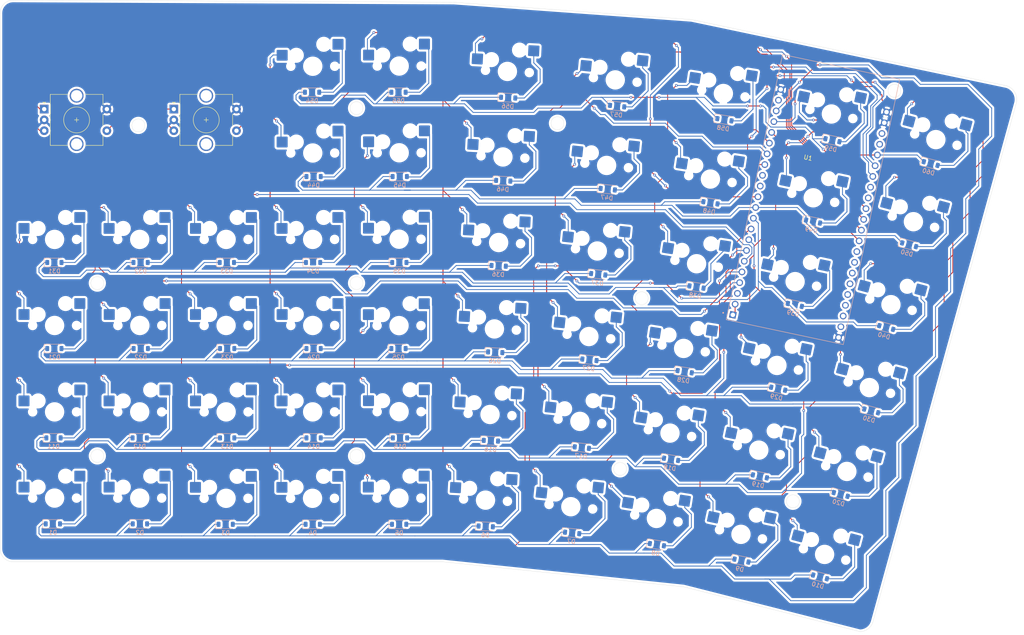
<source format=kicad_pcb>
(kicad_pcb (version 20241229) (generator "pcbnew") (generator_version "9.0")
  (title_block (title "THE_MULTIBOARD_LEFT") (date "2025-07-30") (rev "1.0") (comment 1 "Author: Felix Wittwer"))
  (layers (0 "F.Cu" signal) (2 "B.Cu" signal) (13 "F.Paste" user) (15 "B.Paste" user) (5 "F.SilkS" user "F.Silkscreen") (7 "B.SilkS" user "B.Silkscreen") (1 "F.Mask" user) (3 "B.Mask" user) (25 "Edge.Cuts" user))
  (net 0 "")
  (net 1 "Net-(D1-A)")
  (net 2 "ROW1")
  (net 3 "Net-(D2-A)")
  (net 4 "COL1")
  (net 5 "COL2")
  (net 6 "Net-(D3-A)")
  (net 7 "Net-(D4-A)")
  (net 8 "Net-(D5-A)")
  (net 9 "Net-(D6-A)")
  (net 10 "Net-(D7-A)")
  (net 11 "Net-(D8-A)")
  (net 12 "Net-(D9-A)")
  (net 13 "Net-(D10-A)")
  (net 14 "Net-(D11-A)")
  (net 15 "ROW2")
  (net 16 "Net-(D12-A)")
  (net 17 "Net-(D13-A)")
  (net 18 "Net-(D14-A)")
  (net 19 "Net-(D15-A)")
  (net 20 "Net-(D16-A)")
  (net 21 "Net-(D17-A)")
  (net 22 "Net-(D18-A)")
  (net 23 "Net-(D19-A)")
  (net 24 "Net-(D20-A)")
  (net 25 "Net-(D21-A)")
  (net 26 "ROW3")
  (net 27 "Net-(D22-A)")
  (net 28 "Net-(D23-A)")
  (net 29 "Net-(D24-A)")
  (net 30 "Net-(D25-A)")
  (net 31 "Net-(D26-A)")
  (net 32 "Net-(D27-A)")
  (net 33 "Net-(D28-A)")
  (net 34 "Net-(D29-A)")
  (net 35 "Net-(D30-A)")
  (net 36 "Net-(D31-A)")
  (net 37 "ROW4")
  (net 38 "Net-(D32-A)")
  (net 39 "Net-(D33-A)")
  (net 40 "Net-(D34-A)")
  (net 41 "Net-(D35-A)")
  (net 42 "Net-(D36-A)")
  (net 43 "Net-(D37-A)")
  (net 44 "Net-(D38-A)")
  (net 45 "Net-(D39-A)")
  (net 46 "Net-(D40-A)")
  (net 47 "Net-(D44-A)")
  (net 48 "ROW5")
  (net 49 "Net-(D45-A)")
  (net 50 "Net-(D46-A)")
  (net 51 "Net-(D47-A)")
  (net 52 "Net-(D48-A)")
  (net 53 "Net-(D49-A)")
  (net 54 "Net-(D50-A)")
  (net 55 "Net-(D54-A)")
  (net 56 "ROW6")
  (net 57 "Net-(D55-A)")
  (net 58 "Net-(D56-A)")
  (net 59 "Net-(D57-A)")
  (net 60 "Net-(D58-A)")
  (net 61 "Net-(D59-A)")
  (net 62 "Net-(D60-A)")
  (net 63 "COL3")
  (net 64 "COL4")
  (net 65 "COL5")
  (net 66 "COL6")
  (net 67 "ROW7")
  (net 68 "ROW8")
  (net 69 "ROW9")
  (net 70 "ROW10")
  (net 71 "Net-(U1-3V3-PadJ1_1)")
  (net 74 "GND")
  (net 75 "BTN2")
  (net 81 "ROTA2")
  (net 86 "BTN1")
  (net 87 "ROTB2")
  (net 90 "ROTB1")
  (net 91 "ROTA1")
  (footprint "Rotary_Encoder:RotaryEncoder_Alps_EC11E-Switch_Vertical_H20mm_CircularMountingHoles" (layer "F.Cu") (at 52.208254 39.22713)
    (property "Reference" "SW1" (hide yes))
    (property "Value" "RotaryEncoder_Switch")
  )
  (footprint "Rotary_Encoder:RotaryEncoder_Alps_EC11E-Switch_Vertical_H20mm_CircularMountingHoles" (layer "F.Cu") (at 82.208254 39.22713)
    (property "Reference" "SW2" (hide yes))
    (property "Value" "RotaryEncoder_Switch")
  )
  (footprint "Diode_SMD:D_SOD-123" (layer "B.Cu") (at 74.558254 94.64393)
    (property "Reference" "D22")
    (property "Value" "D")
  )
  (footprint "MX:MX-Hotswap-1U" (layer "B.Cu") (at 248.186184 84.487185 165)
    (property "Reference" "SW42")
    (property "Value" "SW_Push")
  )
  (footprint "MX:MX-Hotswap-1U" (layer "B.Cu") (at 176.192295 111.502472 174)
    (property "Reference" "SW19")
    (property "Value" "SW_Push")
  )
  (footprint "Diode_SMD:D_SOD-123" (layer "B.Cu") (at 114.558254 54.83373)
    (property "Reference" "D44")
    (property "Value" "D")
  )
  (footprint "Diode_SMD:D_SOD-123" (layer "B.Cu") (at 114.208254 35.32713)
    (property "Reference" "D54")
    (property "Value" "D")
  )
  (footprint "Diode_SMD:D_SOD-123" (layer "B.Cu") (at 197.298333 120.287067 -9)
    (property "Reference" "D18")
    (property "Value" "D")
  )
  (footprint "Diode_SMD:D_SOD-123" (layer "B.Cu") (at 54.558254 94.64393)
    (property "Reference" "D21")
    (property "Value" "D")
  )
  (footprint "MX:MX-Hotswap-1U" (layer "B.Cu") (at 134.348477 109.25713 180)
    (property "Reference" "SW17")
    (property "Value" "SW_Push")
  )
  (footprint "Diode_SMD:D_SOD-123" (layer "B.Cu") (at 243.621517 109.073985 -15)
    (property "Reference" "D30")
    (property "Value" "D")
  )
  (footprint "Diode_SMD:D_SOD-123" (layer "B.Cu") (at 236.560658 128.410631 -15)
    (property "Reference" "D20")
    (property "Value" "D")
  )
  (footprint "Diode_SMD:D_SOD-123" (layer "B.Cu") (at 180.439701 77.45867 -6)
    (property "Reference" "D37")
    (property "Value" "D")
  )
  (footprint "Diode_SMD:D_SOD-123" (layer "B.Cu") (at 114.558254 115.32713)
    (property "Reference" "D14")
    (property "Value" "D")
  )
  (footprint "MX:MX-Hotswap-1U" (layer "B.Cu") (at 134.370699 49.33713 180)
    (property "Reference" "SW47")
    (property "Value" "SW_Push")
  )
  (footprint "MX:MX-Hotswap-1U" (layer "B.Cu") (at 232.829867 142.296003 165)
    (property "Reference" "SW12")
    (property "Value" "SW_Push")
  )
  (footprint "MX:MX-Hotswap-1U" (layer "B.Cu") (at 157.38604 70.107319 177)
    (property "Reference" "SW38")
    (property "Value" "SW_Push")
  )
  (footprint "Diode_SMD:D_SOD-123" (layer "B.Cu") (at 182.641018 57.76327 -6)
    (property "Reference" "D47")
    (property "Value" "D")
  )
  (footprint "MX:MX-Hotswap-1U" (layer "B.Cu") (at 94.312921 69.38713 180)
    (property "Reference" "SW35")
    (property "Value" "SW_Push")
  )
  (footprint "MX:MX-Hotswap-1U" (layer "B.Cu") (at 243.186184 103.687185 165)
    (property "Reference" "SW32")
    (property "Value" "SW_Push")
  )
  (footprint "Diode_SMD:D_SOD-123" (layer "B.Cu") (at 200.445761 100.003867 -9)
    (property "Reference" "D28")
    (property "Value" "D")
  )
  (footprint "MX:MX-Hotswap-1U" (layer "B.Cu") (at 258.586184 46.287185 165)
    (property "Reference" "SW62")
    (property "Value" "SW_Push")
  )
  (footprint "MX:MX-Hotswap-1U" (layer "B.Cu") (at 234.40208 40.357549 168)
    (property "Reference" "SW61")
    (property "Value" "SW_Push")
  )
  (footprint "MX:MX-Hotswap-1U" (layer "B.Cu") (at 182.380685 52.26667 174)
    (property "Reference" "SW49")
    (property "Value" "SW_Push")
  )
  (footprint "MX:MX-Hotswap-1U" (layer "B.Cu") (at 158.38604 50.307319 177)
    (property "Reference" "SW48")
    (property "Value" "SW_Push")
  )
  (footprint "Diode_SMD:D_SOD-123" (layer "B.Cu") (at 94.480476 74.72913)
    (property "Reference" "D33")
    (property "Value" "D")
  )
  (footprint "Diode_SMD:D_SOD-123" (layer "B.Cu") (at 54.558254 74.72913)
    (property "Reference" "D31")
    (property "Value" "D")
  )
  (footprint "MX:MX-Hotswap-1U" (layer "B.Cu") (at 178.277389 91.86667 174)
    (property "Reference" "SW29")
    (property "Value" "SW_Push")
  )
  (footprint "Diode_SMD:D_SOD-123" (layer "B.Cu") (at 114.358254 135.32713)
    (property "Reference" "D4")
    (property "Value" "D")
  )
  (footprint "MX:MX-Hotswap-1U" (layer "B.Cu") (at 184.380685 32.46667 174)
    (property "Reference" "SW59")
    (property "Value" "SW_Push")
  )
  (footprint "Diode_SMD:D_SOD-123" (layer "B.Cu") (at 213.594042 143.720373 -12)
    (property "Reference" "D9")
    (property "Value" "D")
  )
  (footprint "MX:MX-Hotswap-1U" (layer "B.Cu") (at 134.312921 129.25713 180)
    (property "Reference" "SW7")
    (property "Value" "SW_Push")
  )
  (footprint "MX:MX-Hotswap-1U" (layer "B.Cu") (at 237.986184 123.087185 165)
    (property "Reference" "SW22")
    (property "Value" "SW_Push")
  )
  (footprint "MX:MX-Hotswap-1U" (layer "B.Cu") (at 94.304032 89.30713 180)
    (property "Reference" "SW25")
    (property "Value" "SW_Push")
  )
  (footprint "Diode_SMD:D_SOD-123" (layer "B.Cu") (at 217.851857 124.227549 -12)
    (property "Reference" "D19")
    (property "Value" "D")
  )
  (footprint "Diode_SMD:D_SOD-123" (layer "B.Cu") (at 134.499921 54.83373)
    (property "Reference" "D45")
    (property "Value" "D")
  )
  (footprint "Diode_SMD:D_SOD-123" (layer "B.Cu") (at 159.595944 36.582519 -3)
    (property "Reference" "D56")
    (property "Value" "D")
  )
  (footprint "MX:MX-Hotswap-1U" (layer "B.Cu") (at 94.312921 109.30713 180)
    (property "Reference" "SW15")
    (property "Value" "SW_Push")
  )
  (footprint "MX:MX-Hotswap-1U" (layer "B.Cu") (at 134.330699 89.33713 180)
    (property "Reference" "SW27")
    (property "Value" "SW_Push")
  )
  (footprint "MX:MX-Hotswap-1U" (layer "B.Cu") (at 94.295143 129.30713 180)
    (property "Reference" "SW5")
    (property "Value" "SW_Push")
  )
  (footprint "MX:MX-Hotswap-1U" (layer "B.Cu") (at 193.897553 133.967886 171)
    (property "Reference" "SW10")
    (property "Value" "SW_Push")
  )
  (footprint "Diode_SMD:D_SOD-123" (layer "B.Cu") (at 134.558254 115.32713)
    (property "Reference" "D15")
    (property "Value" "D")
  )
  (footprint "MX:MX-Hotswap-1U" (layer "B.Cu") (at 217.60208 118.157549 168)
    (property "Reference" "SW21")
    (property "Value" "SW_Push")
  )
  (footprint "Diode_SMD:D_SOD-123" (layer "B.Cu") (at 134.208254 94.64393)
    (property "Reference" "D25")
    (property "Value" "D")
  )
  (footprint "MX:MX-Hotswap-1U" (layer "B.Cu") (at 174.100722 131.253531 174)
    (property "Reference" "SW9")
    (property "Value" "SW_Push")
  )
  (footprint "MX:MX-Hotswap-1U" (layer "B.Cu") (at 253.386184 65.287185 165)
    (property "Reference" "SW52")
    (property "Value" "SW_Push")
  )
  (footprint "Diode_SMD:D_SOD-123" (layer "B.Cu") (at 114.441587 74.72913)
    (property "Reference" "D34")
    (property "Value" "D")
  )
  (footprint "MX:MX-Hotswap-1U" (layer "B.Cu") (at 114.339587 69.38713 180)
    (property "Reference" "SW36")
    (property "Value" "SW_Push")
  )
  (footprint "MX:MX-Hotswap-1U" (layer "B.Cu") (at 74.320144 129.25713 180)
    (property "Reference" "SW4")
    (property "Value" "SW_Push")
  )
  (footprint "MX:MX-Hotswap-1U" (layer "B.Cu") (at 134.370699 29.25713 180)
    (property "Reference" "SW57")
    (property "Value" "SW_Push")
  )
  (footprint "Diode_SMD:D_SOD-123" (layer "B.Cu") (at 114.558254 94.64393)
    (property "Reference" "D24")
    (property "Value" "D")
  )
  (footprint "Diode_SMD:D_SOD-123" (layer "B.Cu") (at 134.208254 35.32713)
    (property "Reference" "D55")
    (property "Value" "D")
  )
  (footprint "MX:MX-Hotswap-1U" (layer "B.Cu") (at 200.200428 94.617067 171)
    (property "Reference" "SW30")
    (property "Value" "SW_Push")
  )
  (footprint "MX:MX-Hotswap-1U" (layer "B.Cu") (at 203.200428 75.017067 171)
    (property "Reference" "SW40")
    (property "Value" "SW_Push")
  )
  (footprint "Diode_SMD:D_SOD-123" (layer "B.Cu") (at 178.402722 97.25347 -6)
    (property "Reference" "D27")
    (property "Value" "D")
  )
  (footprint "Diode_SMD:D_SOD-123" (layer "B.Cu") (at 156.595944 95.499319 -3)
    (property "Reference" "D26")
    (property "Value" "D")
  )
  (footprint "Diode_SMD:D_SOD-123" (layer "B.Cu") (at 222.087413 103.944349 -12)
    (property "Reference" "D29")
    (property "Value" "D")
  )
  (footprint "Diode_SMD:D_SOD-123" (layer "B.Cu") (at 247.094962 89.774236 -15)
    (property "Reference" "D40")
    (property "Value" "D")
  )
  (footprint "Diode_SMD:D_SOD-123" (layer "B.Cu") (at 157.392485 75.504519 -3)
    (property "Reference" "D36")
    (property "Value" "D")
  )
  (footprint "MX:MX-Hotswap-1U" (layer "B.Cu") (at 114.339587 109.30713 180)
    (property "Reference" "SW16")
    (property "Value" "SW_Push")
  )
  (footprint "Diode_SMD:D_SOD-123" (layer "B.Cu") (at 134.402698 74.72913)
    (property "Reference" "D35")
    (property "Value" "D")
  )
  (footprint "Diode_SMD:D_SOD-123" (layer "B.Cu") (at 225.940746 84.549549 -12)
    (property "Reference" "D39")
    (property "Value" "D")
  )
  (footprint "MX:MX-Hotswap-1U" (layer "B.Cu") (at 155.395055 109.907319 177)
    (property "Reference" "SW18")
    (property "Value" "SW_Push")
  )
  (footprint "MX:MX-Hotswap-1U" (layer "B.Cu") (at 74.312921 69.38713 180)
    (property "Reference" "SW34")
    (property "Value" "SW_Push")
  )
  (footprint "MX:MX-Hotswap-1U" (layer "B.Cu") (at 226.00208 79.157549 168)
    (property "Reference" "SW41")
    (property "Value" "SW_Push")
  )
  (footprint "MX:MX-Hotswap-1U" (layer "B.Cu") (at 74.312921 109.30713 180)
    (property "Reference" "SW14")
    (property "Value" "SW_Push")
  )
  (footprint "MX:MX-Hotswap-1U" (layer "B.Cu") (at 221.80208 98.557549 168)
    (property "Reference" "SW31")
    (property "Value" "SW_Push")
  )
  (footprint "Diode_SMD:D_SOD-123" (layer "B.Cu") (at 54.358254 115.32713)
    (property "Reference" "D11")
    (property "Value" "D")
  )
  (footprint "Diode_SMD:D_SOD-123" (layer "B.Cu") (at 94.558254 94.64393)
    (property "Reference" "D23")
    (property "Value" "D")
  )
  (footprint "MX:MX-Hotswap-1U" (layer "B.Cu") (at 114.366254 49.38713 180)
    (property "Reference" "SW46")
    (property "Value" "SW_Push")
  )
  (footprint "MX:MX-Hotswap-1U" (layer "B.Cu") (at 54.611254 69.38713 180)
    (property "Reference" "SW33")
    (property "Value" "SW_Push")
  )
  (footprint "Diode_SMD:D_SOD-123" (layer "B.Cu") (at 203.182428 80.409067 -9)
    (property "Reference" "D38")
    (property "Value" "D")
  )
  (footprint "Diode_SMD:D_SOD-123" (layer "B.Cu") (at 74.519365 74.72913)
    (property "Reference" "D32")
    (property "Value" "D")
  )
  (footprint "Diode_SMD:D_SOD-123" (layer "B.Cu") (at 154.395944 135.809649 -3)
    (property "Reference" "D6")
    (property "Value" "D")
  )
  (footprint "Diode_SMD:D_SOD-123" (layer "B.Cu") (at 252.393778 70.627051 -15)
    (property "Reference" "D50")
    (property "Value" "D")
  )
  (footprint "Diode_SMD:D_SOD-123" (layer "B.Cu") (at 194.013997 140.037886 -9)
    (property "Reference" "D8")
    (property "Value" "D")
  )
  (footprint "Diode_SMD:D_SOD-123" (layer "B.Cu") (at 176.640961 117.572472 -6)
    (property "Reference" "D17")
    (property "Value" "D")
  )
  (footprint "MX:MX-Hotswap-1U" (layer "B.Cu") (at 209.400428 35.617067 171)
    (property "Reference" "SW60")
    (property "Value" "SW_Push")
  )
  (footprint "MX:MX-Hotswap-1U" (layer "B.Cu") (at 159.412833 30.507319 177)
    (property "Reference" "SW58")
    (property "Value" "SW_Push")
  )
  (footprint "Diode_SMD:D_SOD-123" (layer "B.Cu") (at 54.208254 135.22713)
    (property "Reference" "D1")
    (property "Value" "D")
  )
  (footprint "Diode_SMD:D_SOD-123" (layer "B.Cu") (at 158.452484 55.809119 -3)
    (property "Reference" "D46")
    (property "Value" "D")
  )
  (footprint "MX:MX-Hotswap-1U" (layer "B.Cu") (at 54.611254 109.30713 180)
    (property "Reference" "SW13")
    (property "Value" "SW_Push")
  )
  (footprint "MX:MX-Hotswap-1U" (layer "B.Cu") (at 206.400428 55.417067 171)
    (property "Reference" "SW50")
    (property "Value" "SW_Push")
  )
  (footprint "Diode_SMD:D_SOD-123" (layer "B.Cu") (at 94.208254 135.32713)
    (property "Reference" "D3")
    (property "Value" "D")
  )
  (footprint "Diode_SMD:D_SOD-123" (layer "B.Cu") (at 134.358254 135.32713)
    (property "Reference" "D5")
    (property "Value" "D")
  )
  (footprint "MX:MX-Hotswap-1U" (layer "B.Cu") (at 134.348477 69.33713 180)
    (property "Reference" "SW37")
    (property "Value" "SW_Push")
  )
  (footprint "Diode_SMD:D_SOD-123" (layer "B.Cu") (at 209.645761 41.687067 -9)
    (property "Reference" "D58")
    (property "Value" "D")
  )
  (footprint "MX:MX-Hotswap-1U" (layer "B.Cu") (at 156.412833 90.107319 177)
    (property "Reference" "SW28")
    (property "Value" "SW_Push")
  )
  (footprint "MX:MX-Hotswap-1U" (layer "B.Cu") (at 74.348477 89.30713 180)
    (property "Reference" "SW24")
    (property "Value" "SW_Push")
  )
  (footprint "MX:MX-Hotswap-1U" (layer "B.Cu") (at 114.366254 89.30713 180)
    (property "Reference" "SW26")
    (property "Value" "SW_Push")
  )
  (footprint "Diode_SMD:D_SOD-123" (layer "B.Cu") (at 257.393778 51.827051 -15)
    (property "Reference" "D60")
    (property "Value" "D")
  )
  (footprint "Diode_SMD:D_SOD-123" (layer "B.Cu") (at 206.412428 60.913667 -9)
    (property "Reference" "D48")
    (property "Value" "D")
  )
  (footprint "MX:MX-Hotswap-1U" (layer "B.Cu") (at 213.473153 137.650373 168)
    (property "Reference" "SW11")
    (property "Value" "SW_Push")
  )
  (footprint "Diode_SMD:D_SOD-123" (layer "B.Cu") (at 234.647413 46.427549 -12)
    (property "Reference" "D59")
    (property "Value" "D")
  )
  (footprint "ESPS3:XCVR_ESP32-S3-DEVKITC-1-N8R2" (layer "B.Cu") (at 229.006448 59.912468 -12)
    (property "Reference" "U1")
    (property "Value" "ESP32-S3-DEVKITC-1-N8R2")
  )
  (footprint "Diode_SMD:D_SOD-123" (layer "B.Cu") (at 94.558254 115.32713)
    (property "Reference" "D13")
    (property "Value" "D")
  )
  (footprint "MX:MX-Hotswap-1U" (layer "B.Cu") (at 197.044111 114.217067 171)
    (property "Reference" "SW20")
    (property "Value" "SW_Push")
  )
  (footprint "Diode_SMD:D_SOD-123" (layer "B.Cu") (at 74.358254 135.22713)
    (property "Reference" "D2")
    (property "Value" "D")
  )
  (footprint "MX:MX-Hotswap-1U" (layer "B.Cu") (at 114.366254 29.30713 180)
    (property "Reference" "SW56")
    (property "Value" "SW_Push")
  )
  (footprint "Diode_SMD:D_SOD-123" (layer "B.Cu") (at 174.402722 137.323531 -6)
    (property "Reference" "D7")
    (property "Value" "D")
  )
  (footprint "MX:MX-Hotswap-1U" (layer "B.Cu") (at 114.312921 129.30713 180)
    (property "Reference" "SW6")
    (property "Value" "SW_Push")
  )
  (footprint "Diode_SMD:D_SOD-123" (layer "B.Cu") (at 184.816018 38.53667 -6)
    (property "Reference" "D57")
    (property "Value" "D")
  )
  (footprint "MX:MX-Hotswap-1U" (layer "B.Cu") (at 180.224368 72.06667 174)
    (property "Reference" "SW39")
    (property "Value" "SW_Push")
  )
  (footprint "MX:MX-Hotswap-1U" (layer "B.Cu") (at 154.350611 129.734449 177)
    (property "Reference" "SW8")
    (property "Value" "SW_Push")
  )
  (footprint "Diode_SMD:D_SOD-123" (layer "B.Cu") (at 74.312921 115.32713)
    (property "Reference" "D12")
    (property "Value" "D")
  )
  (footprint "MX:MX-Hotswap-1U" (layer "B.Cu") (at 54.611254 89.30713 180)
    (property "Reference" "SW23")
    (property "Value" "SW_Push")
  )
  (footprint "Diode_SMD:D_SOD-123" (layer "B.Cu") (at 231.779867 147.496003 -15)
    (property "Reference" "D10")
    (property "Value" "D")
  )
  (footprint "Diode_SMD:D_SOD-123" (layer "B.Cu") (at 230.155746 65.254149 -12)
    (property "Reference" "D49")
    (property "Value" "D")
  )
  (footprint "MX:MX-Hotswap-1U" (layer "B.Cu") (at 230.20208 59.757549 168)
    (property "Reference" "SW51")
    (property "Value" "SW_Push")
  )
  (footprint "Diode_SMD:D_SOD-123" (layer "B.Cu") (at 155.595944 115.982519 -3)
    (property "Reference" "D16")
    (property "Value" "D")
  )
  (footprint "MX:MX-Hotswap-1U" (layer "B.Cu") (at 54.611254 129.25713 180)
    (property "Reference" "SW3")
    (property "Value" "SW_Push")
  )
  (gr_arc (start 42 17) (mid 42.87868 14.87868) (end 45 14) (stroke (width 0.05)) (layer "Edge.Cuts"))
  (gr_line (start 144.4 144) (end 45 144) (stroke (width 0.05)) (layer "Edge.Cuts"))
  (gr_circle (center 190.5 83) (end 192 83) (stroke (width 0.05)) (fill no) (layer "Edge.Cuts"))
  (gr_line (start 200.2 149.8) (end 144.4 144) (stroke (width 0.05)) (layer "Edge.Cuts"))
  (gr_arc (start 275 33.837723) (mid 276.954915 35.493855) (end 277.146426 38.048809) (stroke (width 0.05)) (layer "Edge.Cuts"))
  (gr_line (start 45 14) (end 147 14.5) (stroke (width 0.05)) (layer "Edge.Cuts"))
  (gr_circle (center 124.5 119.5) (end 126 119.5) (stroke (width 0.05)) (fill no) (layer "Edge.Cuts"))
  (gr_circle (center 124.5 79.5) (end 126 79.5) (stroke (width 0.05)) (fill no) (layer "Edge.Cuts"))
  (gr_circle (center 64.5 79.5) (end 66 79.5) (stroke (width 0.05)) (fill no) (layer "Edge.Cuts"))
  (gr_arc (start 45 144) (mid 42.87868 143.12132) (end 42 141) (stroke (width 0.05)) (layer "Edge.Cuts"))
  (gr_line (start 42 141) (end 42 17) (stroke (width 0.05)) (layer "Edge.Cuts"))
  (gr_arc (start 244 158) (mid 242.849016 159.565373) (end 240.999999 160.162278) (stroke (width 0.05)) (layer "Edge.Cuts"))
  (gr_circle (center 124.5 39) (end 126 39) (stroke (width 0.05)) (fill no) (layer "Edge.Cuts"))
  (gr_circle (center 171 42.5) (end 172.5 42.5) (stroke (width 0.05)) (fill no) (layer "Edge.Cuts"))
  (gr_line (start 147 14.5) (end 202 18.5) (stroke (width 0.05)) (layer "Edge.Cuts"))
  (gr_line (start 244 158) (end 277.146426 38.048809) (stroke (width 0.05)) (layer "Edge.Cuts"))
  (gr_circle (center 225.5 130) (end 227 130) (stroke (width 0.05)) (fill no) (layer "Edge.Cuts"))
  (gr_circle (center 249 35) (end 250.5 35) (stroke (width 0.05)) (fill no) (layer "Edge.Cuts"))
  (gr_line (start 240.999999 160.162278) (end 200.2 149.8) (stroke (width 0.05)) (layer "Edge.Cuts"))
  (gr_line (start 202 18.5) (end 275 33.837723) (stroke (width 0.05)) (layer "Edge.Cuts"))
  (gr_circle (center 185.5 122.5) (end 187 122.5) (stroke (width 0.05)) (fill no) (layer "Edge.Cuts"))
  (gr_circle (center 74 43) (end 75.5 43) (stroke (width 0.05)) (fill no) (layer "Edge.Cuts"))
  (gr_circle (center 64.5 119.5) (end 66 119.5) (stroke (width 0.05)) (fill no) (layer "Edge.Cuts"))
  (segment (start 59.308254 135.22713) (end 56.208254 135.22713) (width 0.2) (layer "B.Cu") (net 1))
  (segment (start 60.084921 124.07713) (end 61.408254 125.400463) (width 0.2) (layer "B.Cu") (net 1))
  (segment (start 61.408254 133.12713) (end 59.308254 135.22713) (width 0.2) (layer "B.Cu") (net 1))
  (segment (start 61.408254 125.400463) (end 61.408254 133.12713) (width 0.2) (layer "B.Cu") (net 1))
  (segment (start 45.5 116) (end 45.5 101) (width 0.2) (layer "F.Cu") (net 2))
  (segment (start 196 79.5) (end 192.5 79.5) (width 0.2) (layer "F.Cu") (net 2))
  (segment (start 46.5 76) (end 45.5 77) (width 0.2) (layer "F.Cu") (net 2))
  (segment (start 46.486873 101.986873) (end 45.5 101) (width 0.2) (layer "F.Cu") (net 2))
  (segment (start 45.5 138) (end 47.5 140) (width 0.2) (layer "F.Cu") (net 2))
  (segment (start 198.75 82) (end 198.5 82) (width 0.2) (layer "F.Cu") (net 2))
  (segment (start 163.5 109.5) (end 165.5 107.5) (width 0.2) (layer "F.Cu") (net 2))
  (segment (start 163.5 124) (end 163.5 115) (width 0.2) (layer "F.Cu") (net 2))
  (segment (start 175.5 79) (end 172.5 76) (width 0.2) (layer "F.Cu") (net 2))
  (segment (start 47.5 140) (end 50 142.5) (width 0.2) (layer "F.Cu") (net 2))
  (segment (start 165.5 107.5) (end 165.5 76.5) (width 0.2) (layer "F.Cu") (net 2))
  (segment (start 45.5 77) (end 45.5 81) (width 0.2) (layer "F.Cu") (net 2))
  (segment (start 163 124.5) (end 163.5 124) (width 0.2) (layer "F.Cu") (net 2))
  (segment (start 45.5 121) (end 45.5 138) (width 0.2) (layer "F.Cu") (net 2))
  (segment (start 165.5 76.5) (end 166.5 75.5) (width 0.2) (layer "F.Cu") (net 2))
  (segment (start 45.5 121) (end 45.5 116) (width 0.2) (layer "F.Cu") (net 2))
  (segment (start 45.5 81) (end 45.5 101) (width 0.2) (layer "F.Cu") (net 2))
  (segment (start 46.5 122) (end 45.5 121) (width 0.2) (layer "F.Cu") (net 2))
  (segment (start 46.5 69.5) (end 46.5 76) (width 0.2) (layer "F.Cu") (net 2))
  (segment (start 198.5 82) (end 196 79.5) (width 0.2) (layer "F.Cu") (net 2))
  (segment (start 50 142.5) (end 65.5 142.5) (width 0.2) (layer "F.Cu") (net 2))
  (segment (start 172 75.5) (end 170.5 75.5) (width 0.2) (layer "F.Cu") (net 2))
  (segment (start 159 142.5) (end 163 138.5) (width 0.2) (layer "F.Cu") (net 2))
  (segment (start 199.75 83) (end 198.75 82) (width 0.2) (layer "F.Cu") (net 2))
  (segment (start 163.5 115) (end 163.5 109.5) (width 0.2) (layer "F.Cu") (net 2))
  (segment (start 65.5 142.5) (end 159 142.5) (width 0.2) (layer "F.Cu") (net 2))
  (segment (start 163 138.5) (end 163 124.5) (width 0.2) (layer "F.Cu") (net 2))
  (segment (start 46.486873 81.986873) (end 45.5 81) (width 0.2) (layer "F.Cu") (net 2))
  (segment (start 172.5 76) (end 172 75.5) (width 0.2) (layer "F.Cu") (net 2))
  (via (at 175.5 79) (size 0.6) (drill 0.3) (layers "F.Cu" "B.Cu") (net 2))
  (via (at 46.5 69.5) (size 0.6) (drill 0.3) (layers "F.Cu" "B.Cu") (net 2))
  (via (at 170.5 75.5) (size 0.6) (drill 0.3) (layers "F.Cu" "B.Cu") (net 2))
  (via (at 46.486873 81.986873) (size 0.6) (drill 0.3) (layers "F.Cu" "B.Cu") (net 2))
  (via (at 166.565128 75.509304) (size 0.6) (drill 0.3) (layers "F.Cu" "B.Cu") (net 2))
  (via (at 199.75 83) (size 0.6) (drill 0.3) (layers "F.Cu" "B.Cu") (net 2))
  (via (at 192.5 79.5) (size 0.6) (drill 0.3) (layers "F.Cu" "B.Cu") (net 2))
  (via (at 46.5 122) (size 0.6) (drill 0.3) (layers "F.Cu" "B.Cu") (net 2))
  (via (at 46.486873 101.986873) (size 0.6) (drill 0.3) (layers "F.Cu" "B.Cu") (net 2))
  (segment (start 166.574432 75.5) (end 166.565128 75.509304) (width 0.2) (layer "B.Cu") (net 2))
  (segment (start 208 83) (end 211.602364 79.397636) (width 0.2) (layer "B.Cu") (net 2))
  (segment (start 192.5 79.5) (end 176 79.5) (width 0.2) (layer "B.Cu") (net 2))
  (segment (start 47.513127 106.704003) (end 47.513127 103.013127) (width 0.2) (layer "B.Cu") (net 2))
  (segment (start 176 79.5) (end 175.5 79) (width 0.2) (layer "B.Cu") (net 2))
  (segment (start 170.5 75.5) (end 166.574432 75.5) (width 0.2) (layer "B.Cu") (net 2))
  (segment (start 47.513127 83.013127) (end 46.486873 81.986873) (width 0.2) (layer "B.Cu") (net 2))
  (segment (start 47.513127 103.013127) (end 46.486873 101.986873) (width 0.2) (layer "B.Cu") (net 2))
  (segment (start 47.526254 123.026254) (end 46.5 122) (width 0.2) (layer "B.Cu") (net 2))
  (segment (start 199.75 83) (end 208 83) (width 0.2) (layer "B.Cu") (net 2))
  (segment (start 47.513127 86.704003) (end 47.513127 83.013127) (width 0.2) (layer "B.Cu") (net 2))
  (segment (start 46.5 67.71713) (end 47.513127 66.704003) (width 0.2) (layer "B.Cu") (net 2))
  (segment (start 211.602364 79.397636) (end 213.179395 79.397636) (width 0.2) (layer "B.Cu") (net 2))
  (segment (start 47.526254 126.71713) (end 47.526254 123.026254) (width 0.2) (layer "B.Cu") (net 2))
  (segment (start 46.5 69.5) (end 46.5 67.71713) (width 0.2) (layer "B.Cu") (net 2))
  (segment (start 81.408254 125.400463) (end 81.408254 133.12713) (width 0.2) (layer "B.Cu") (net 3))
  (segment (start 80.084921 124.07713) (end 81.408254 125.400463) (width 0.2) (layer "B.Cu") (net 3))
  (segment (start 79.308254 135.22713) (end 76.208254 135.22713) (width 0.2) (layer "B.Cu") (net 3))
  (segment (start 81.408254 133.12713) (end 79.308254 135.22713) (width 0.2) (layer "B.Cu") (net 3))
  (segment (start 231 29) (end 227 33) (width 0.2) (layer "F.Cu") (net 4))
  (segment (start 231.75 29) (end 231 29) (width 0.2) (layer "F.Cu") (net 4))
  (via (at 227 33) (size 0.6) (drill 0.3) (layers "F.Cu" "B.Cu") (net 4))
  (via (at 231.75 29) (size 0.6) (drill 0.3) (layers "F.Cu" "B.Cu") (net 4))
  (segment (start 220 148) (end 225 153) (width 0.2) (layer "B.Cu") (net 4))
  (segment (start 131.67287 135.32713) (end 129 138) (width 0.2) (layer "B.Cu") (net 4))
  (segment (start 253.5 32) (end 246 32) (width 0.2) (layer "B.Cu") (net 4))
  (segment (start 242.5 142.5) (end 247 138) (width 0.2) (layer "B.Cu") (net 4))
  (segment (start 247 127.5) (end 250 124.5) (width 0.2) (layer "B.Cu") (net 4))
  (segment (start 211.980098 143.377319) (end 207.622681 143.377319) (width 0.2) (layer "B.Cu") (net 4))
  (segment (start 89 138) (end 101 138) (width 0.2) (layer "B.Cu") (net 4))
  (segment (start 246 32) (end 243 29) (width 0.2) (layer "B.Cu") (net 4))
  (segment (start 191.220231 139.779769) (end 189 142) (width 0.2) (layer "B.Cu") (net 4))
  (segment (start 84 138) (end 89 138) (width 0.2) (layer "B.Cu") (net 4))
  (segment (start 191 142) (end 195 142) (width 0.2) (layer "B.Cu") (net 4))
  (segment (start 183 142) (end 189 142) (width 0.2) (layer "B.Cu") (net 4))
  (segment (start 71.77287 135.22713) (end 69 138) (width 0.2) (layer "B.Cu") (net 4))
  (segment (start 169 140) (end 171.848941 137.151059) (width 0.2) (layer "B.Cu") (net 4))
  (segment (start 52.558254 135.22713) (end 51.77287 135.22713) (width 0.2) (layer "B.Cu") (net 4))
  (segment (start 112.708254 135.32713) (end 111.67287 135.32713) (width 0.2) (layer "B.Cu") (net 4))
  (segment (start 51.77287 135.22713) (end 51 136) (width 0.2) (layer "B.Cu") (net 4))
  (segment (start 72.708254 135.22713) (end 71.77287 135.22713) (width 0.2) (layer "B.Cu") (net 4))
  (segment (start 239.5 153) (end 242.5 150) (width 0.2) (layer "B.Cu") (net 4))
  (segment (start 160 138) (end 162 140) (width 0.2) (layer "B.Cu") (net 4))
  (segment (start 92.558254 135.32713) (end 91.67287 135.32713) (width 0.2) (layer "B.Cu") (net 4))
  (segment (start 91.67287 135.32713) (end 89 138) (width 0.2) (layer "B.Cu") (net 4))
  (segment (start 198 145) (end 206 145) (width 0.2) (layer "B.Cu") (net 4))
  (segment (start 69 138) (end 84 138) (width 0.2) (layer "B.Cu") (net 4))
  (segment (start 197 144) (end 198 145) (width 0.2) (layer "B.Cu") (net 4))
  (segment (start 255 33.5) (end 253.5 32) (width 0.2) (layer "B.Cu") (net 4))
  (segment (start 258.5 96.5) (end 258.5 85) (width 0.2) (layer "B.Cu") (net 4))
  (segment (start 129 138) (end 138 138) (width 0.2) (layer "B.Cu") (net 4))
  (segment (start 113 138) (end 129 138) (width 0.2) (layer "B.Cu") (net 4))
  (segment (start 242.5 150) (end 242.5 142.5) (width 0.2) (layer "B.Cu") (net 4))
  (segment (start 265.5 60) (end 268.5 57) (width 0.2) (layer "B.Cu") (net 4))
  (segment (start 258.5 85) (end 262 81.5) (width 0.2) (layer "B.Cu") (net 4))
  (segment (start 262 71.5) (end 265.5 68) (width 0.2) (layer "B.Cu") (net 4))
  (segment (start 51.5 138) (end 69 138) (width 0.2) (layer "B.Cu") (net 4))
  (segment (start 254 101) (end 258.5 96.5) (width 0.2) (layer "B.Cu") (net 4))
  (segment (start 250 124.5) (end 250 116.5) (width 0.2) (layer "B.Cu") (net 4))
  (segment (start 265.5 68) (end 265.5 60) (width 0.2) (layer "B.Cu") (net 4))
  (segment (start 266 33.5) (end 255 33.5) (width 0.2) (layer "B.Cu") (net 4))
  (segment (start 225 35) (end 225 36.274644) (width 0.2) (layer "B.Cu") (net 4))
  (segment (start 111.67287 135.32713) (end 109 138) (width 0.2) (layer "B.Cu") (net 4))
  (segment (start 225 148) (end 219 148) (width 0.2) (layer "B.Cu") (net 4))
  (segment (start 225 153) (end 239.5 153) (width 0.2) (layer "B.Cu") (net 4))
  (segment (start 271.5 45.5) (end 271.5 39) (width 0.2) (layer "B.Cu") (net 4))
  (segment (start 227 33) (end 225 35) (width 0.2) (layer "B.Cu") (net 4))
  (segment (start 230.186089 147.068952) (end 225.931048 147.068952) (width 0.2) (layer "B.Cu") (net 4))
  (segment (start 149 138) (end 160 138) (width 0.2) (layer "B.Cu") (net 4))
  (segment (start 51 137.5) (end 51.5 138) (width 0.2) (layer "B.Cu") (net 4))
  (segment (start 212 148) (end 209 145) (width 0.2) (layer "B.Cu") (net 4))
  (segment (start 192.384311 139.779769) (end 191.220231 139.779769) (width 0.2) (layer "B.Cu") (net 4))
  (segment (start 109 138) (end 113 138) (width 0.2) (layer "B.Cu") (net 4))
  (segment (start 207.622681 143.377319) (end 206 145) (width 0.2) (layer "B.Cu") (net 4))
  (segment (start 225 36.274644) (end 221.628926 39.645718) (width 0.2) (layer "B.Cu") (net 4))
  (segment (start 262 81.5) (end 262 71.5) (width 0.2) (layer "B.Cu") (net 4))
  (segment (start 195 142) (end 197 144) (width 0.2) (layer "B.Cu") (net 4))
  (segment (start 189 142) (end 191 142) (width 0.2) (layer "B.Cu") (net 4))
  (segment (start 250 116.5) (end 254 112.5) (width 0.2) (layer "B.Cu") (net 4))
  (segment (start 271.5 39) (end 266 33.5) (width 0.2) (layer "B.Cu") (net 4))
  (segment (start 101 138) (end 109 138) (width 0.2) (layer "B.Cu") (net 4))
  (segment (start 51 136) (end 51 137.5) (width 0.2) (layer "B.Cu") (net 4))
  (segment (start 225.931048 147.068952) (end 225 148) (width 0.2) (layer "B.Cu") (net 4))
  (segment (start 268.5 57) (end 268.5 48.5) (width 0.2) (layer "B.Cu") (net 4))
  (segment (start 151.276705 135.723295) (end 149 138) (width 0.2) (layer "B.Cu") (net 4))
  (segment (start 138 138) (end 149 138) (width 0.2) (layer "B.Cu") (net 4))
  (segment (start 219 148) (end 220 148) (width 0.2) (layer "B.Cu") (net 4))
  (segment (start 181 140) (end 183 142) (width 0.2) (layer "B.Cu") (net 4))
  (segment (start 152.748205 135.723295) (end 151.276705 135.723295) (width 0.2) (layer "B.Cu") (net 4))
  (segment (start 268.5 48.5) (end 271.5 45.5) (width 0.2) (layer "B.Cu") (net 4))
  (segment (start 219 148) (end 212 148) (width 0.2) (layer "B.Cu") (net 4))
  (segment (start 132.708254 135.32713) (end 131.67287 135.32713) (width 0.2) (layer "B.Cu") (net 4))
  (segment (start 162 140) (end 169 140) (width 0.2) (layer "B.Cu") (net 4))
  (segment (start 209 145) (end 206 145) (width 0.2) (layer "B.Cu") (net 4))
  (segment (start 169 140) (end 181 140) (width 0.2) (layer "B.Cu") (net 4))
  (segment (start 243 29) (end 231.75 29) (width 0.2) (layer "B.Cu") (net 4))
  (segment (start 171.848941 137.151059) (end 172.761761 137.151059) (width 0.2) (layer "B.Cu") (net 4))
  (segment (start 247 138) (end 247 127.5) (width 0.2) (layer "B.Cu") (net 4))
  (segment (start 254 112.5) (end 254 101) (width 0.2) (layer "B.Cu") (net 4))
  (segment (start 230 90.5) (end 227 90.5) (width 0.2) (layer "F.Cu") (net 5))
  (segment (start 228 109) (end 228 106.5) (width 0.2) (layer "F.Cu") (net 5))
  (segment (start 227 90.5) (end 216.5 80) (width 0.2) (layer "F.Cu") (net 5))
  (segment (start 216.5 80) (end 216.5 75.5) (width 0.2) (layer "F.Cu") (net 5))
  (segment (start 230.5 97.5) (end 232 96) (width 0.2) (layer "F.Cu") (net 5))
  (segment (start 232 92.5) (end 230 90.5) (width 0.2) (layer "F.Cu") (net 5))
  (segment (start 228 106.5) (end 230.5 104) (width 0.2) (layer "F.Cu") (net 5))
  (segment (start 232 96) (end 232 92.5) (width 0.2) (layer "F.Cu") (net 5))
  (segment (start 230.5 104) (end 230.5 97.5) (width 0.2) (layer "F.Cu") (net 5))
  (via (at 216.5 75.5) (size 0.6) (drill 0.3) (layers "F.Cu" "B.Cu") (net 5))
  (via (at 228 109) (size 0.6) (drill 0.3) (layers "F.Cu" "B.Cu") (net 5))
  (segment (start 216.237913 123.884495) (end 212.168277 123.884495) (width 0.2) (layer "B.Cu") (net 5))
  (segment (start 213.052772 126.052772) (end 210 126.052772) (width 0.2) (layer "B.Cu") (net 5))
  (segment (start 227.5 123.5) (end 223 128) (width 0.2) (layer "B.Cu") (net 5))
  (segment (start 162 120) (end 169 120) (width 0.2) (layer "B.Cu") (net 5))
  (segment (start 210 126.052772) (end 199.052772 126.052772) (width 0.2) (layer "B.Cu") (net 5))
  (segment (start 126.5 116) (end 128.5 118) (width 0.2) (layer "B.Cu") (net 5))
  (segment (start 131.67287 115.32713) (end 129 118) (width 0.2) (layer "B.Cu") (net 5))
  (segment (start 60.5 118) (end 62.5 116) (width 0.2) (layer "B.Cu") (net 5))
  (segment (start 91.67287 115.32713) (end 89 118) (width 0.2) (layer "B.Cu") (net 5))
  (segment (start 228 114.5) (end 227.5 115) (width 0.2) (layer "B.Cu") (net 5))
  (segment (start 169 120) (end 171 118) (width 0.2) (layer "B.Cu") (net 5))
  (segment (start 199.052772 126.052772) (end 195 122) (width 0.2) (layer "B.Cu") (net 5))
  (segment (start 187 120) (end 189 122) (width 0.2) (layer "B.Cu") (net 5))
  (segment (start 101 118) (end 109 118) (width 0.2) (layer "B.Cu") (net 5))
  (segment (start 171.6 117.4) (end 171 118) (width 0.2) (layer "B.Cu") (net 5))
  (segment (start 223 128) (end 215 128) (width 0.2) (layer "B.Cu") (net 5))
  (segment (start 128.5 118) (end 129 118) (width 0.2) (layer "B.Cu") (net 5))
  (segment (start 153.948205 115.896165) (end 151.103835 115.896165) (width 0.2) (layer "B.Cu") (net 5))
  (segment (start 69 118) (end 84 118) (width 0.2) (layer "B.Cu") (net 5))
  (segment (start 190.97105 120.02895) (end 189 122) (width 0.2) (layer "B.Cu") (net 5))
  (segment (start 234.96688 127.98358) (end 234.4833 127.5) (width 0.2) (layer "B.Cu") (net 5))
  (segment (start 119.5 118) (end 121.5 116) (width 0.2) (layer "B.Cu") (net 5))
  (segment (start 109 118) (end 119.5 118) (width 0.2) (layer "B.Cu") (net 5))
  (segment (start 151.103835 115.896165) (end 149 118) (width 0.2) (layer "B.Cu") (net 5))
  (segment (start 212.168277 123.884495) (end 210 126.052772) (width 0.2) (layer "B.Cu") (net 5))
  (segment (start 84 118) (end 89 118) (width 0.2) (layer "B.Cu") (net 5))
  (segment (start 50.5 116) (end 50.5 117.5) (width 0.2) (layer "B.Cu") (net 5))
  (segment (start 169 120) (end 187 120) (width 0.2) (layer "B.Cu") (net 5))
  (segment (start 129 118) (end 138 118) (width 0.2) (layer "B.Cu") (net 5))
  (segment (start 227.5 115) (end 227.5 123.5) (width 0.2) (layer "B.Cu") (net 5))
  (segment (start 50.5 117.5) (end 51 118) (width 0.2) (layer "B.Cu") (net 5))
  (segment (start 234.4833 127.5) (end 223.5 127.5) (width 0.2) (layer "B.Cu") (net 5))
  (segment (start 52.558254 115.22713) (end 51.27287 115.22713) (width 0.2) (layer "B.Cu") (net 5))
  (segment (start 223.5 127.5) (end 223 128) (width 0.2) (layer "B.Cu") (net 5))
  (segment (start 62.5 116) (end 67 116) (width 0.2) (layer "B.Cu") (net 5))
  (segment (start 51 118) (end 60.5 118) (width 0.2) (layer "B.Cu") (net 5))
  (segment (start 175 117.4) (end 171.6 117.4) (width 0.2) (layer "B.Cu") (net 5))
  (segment (start 216.5 70.66788) (end 216.5 75.5) (width 0.2) (layer "B.Cu") (net 5))
  (segment (start 195 122) (end 189 122) (width 0.2) (layer "B.Cu") (net 5))
  (segment (start 121.5 116) (end 126.5 116) (width 0.2) (layer "B.Cu") (net 5))
  (segment (start 89 118) (end 101 118) (width 0.2) (layer "B.Cu") (net 5))
  (segment (start 228 109) (end 228 114.5) (width 0.2) (layer "B.Cu") (net 5))
  (segment (start 138 118) (end 149 118) (width 0.2) (layer "B.Cu") (net 5))
  (segment (start 160 118) (end 162 120) (width 0.2) (layer "B.Cu") (net 5))
  (segment (start 112.708254 115.32713) (end 111.67287 115.32713) (width 0.2) (layer "B.Cu") (net 5))
  (segment (start 215 128) (end 213.052772 126.052772) (width 0.2) (layer "B.Cu") (net 5))
  (segment (start 195.668647 120.02895) (end 190.97105 120.02895) (width 0.2) (layer "B.Cu") (net 5))
  (segment (start 72.708254 115.22713) (end 71.77287 115.22713) (width 0.2) (layer "B.Cu") (net 5))
  (segment (start 51.27287 115.22713) (end 50.5 116) (width 0.2) (layer "B.Cu") (net 5))
  (segment (start 132.708254 115.32713) (end 131.67287 115.32713) (width 0.2) (layer "B.Cu") (net 5))
  (segment (start 71.77287 115.22713) (end 69 118) (width 0.2) (layer "B.Cu") (net 5))
  (segment (start 92.558254 115.32713) (end 91.67287 115.32713) (width 0.2) (layer "B.Cu") (net 5))
  (segment (start 67 116) (end 69 118) (width 0.2) (layer "B.Cu") (net 5))
  (segment (start 215.291777 69.459657) (end 216.5 70.66788) (width 0.2) (layer "B.Cu") (net 5))
  (segment (start 111.67287 115.32713) (end 109 118) (width 0.2) (layer "B.Cu") (net 5))
  (segment (start 149 118) (end 160 118) (width 0.2) (layer "B.Cu") (net 5))
  (segment (start 100.084921 124.07713) (end 101.408254 125.400463) (width 0.2) (layer "B.Cu") (net 6))
  (segment (start 101.408254 133.12713) (end 99.308254 135.22713) (width 0.2) (layer "B.Cu") (net 6))
  (segment (start 99.308254 135.22713) (end 96.208254 135.22713) (width 0.2) (layer "B.Cu") (net 6))
  (segment (start 101.408254 125.400463) (end 101.408254 133.12713) (width 0.2) (layer "B.Cu") (net 6))
  (segment (start 119.308254 135.22713) (end 116.208254 135.22713) (width 0.2) (layer "B.Cu") (net 7))
  (segment (start 121.408254 125.400463) (end 121.408254 133.12713) (width 0.2) (layer "B.Cu") (net 7))
  (segment (start 121.408254 133.12713) (end 119.308254 135.22713) (width 0.2) (layer "B.Cu") (net 7))
  (segment (start 120.084921 124.07713) (end 121.408254 125.400463) (width 0.2) (layer "B.Cu") (net 7))
  (segment (start 139.308254 135.22713) (end 136.208254 135.22713) (width 0.2) (layer "B.Cu") (net 8))
  (segment (start 141.408254 125.400463) (end 141.408254 133.12713) (width 0.2) (layer "B.Cu") (net 8))
  (segment (start 141.408254 133.12713) (end 139.308254 135.22713) (width 0.2) (layer "B.Cu") (net 8))
  (segment (start 140.084921 124.07713) (end 141.408254 125.400463) (width 0.2) (layer "B.Cu") (net 8))
  (segment (start 160.450471 126.450471) (end 162 128) (width 0.2) (layer "B.Cu") (net 9))
  (segment (start 157.896003 135.896003) (end 156.043683 135.896003) (width 0.2) (layer "B.Cu") (net 9))
  (segment (start 162 132) (end 158.103997 135.896003) (width 0.2) (layer "B.Cu") (net 9))
  (segment (start 158.103997 135.896003) (end 157.896003 135.896003) (width 0.2) (layer "B.Cu") (net 9))
  (segment (start 160.450471 124.967158) (end 160.450471 126.450471) (width 0.2) (layer "B.Cu") (net 9))
  (segment (start 162 128) (end 162 132) (width 0.2) (layer "B.Cu") (net 9))
  (segment (start 182 130) (end 182 134) (width 0.2) (layer "B.Cu") (net 10))
  (segment (start 180.441724 126.812015) (end 180.441724 128.441724) (width 0.2) (layer "B.Cu") (net 10))
  (segment (start 178.503997 137.496003) (end 176.043683 137.496003) (width 0.2) (layer "B.Cu") (net 10))
  (segment (start 180.441724 128.441724) (end 182 130) (width 0.2) (layer "B.Cu") (net 10))
  (segment (start 182 134) (end 178.503997 137.496003) (width 0.2) (layer "B.Cu") (net 10))
  (segment (start 202 133) (end 202 136) (width 0.2) (layer "B.Cu") (net 11))
  (segment (start 197.703997 140.296003) (end 195.643683 140.296003) (width 0.2) (layer "B.Cu") (net 11))
  (segment (start 200.462315 129.864319) (end 200.462315 131.462315) (width 0.2) (layer "B.Cu") (net 11))
  (segment (start 202 136) (end 197.703997 140.296003) (width 0.2) (layer "B.Cu") (net 11))
  (segment (start 200.462315 131.462315) (end 202 133) (width 0.2) (layer "B.Cu") (net 11))
  (segment (start 222 139) (end 222 135.65232) (width 0.2) (layer "B.Cu") (net 12))
  (segment (start 216.936573 144.063427) (end 222 139) (width 0.2) (layer "B.Cu") (net 12))
  (segment (start 215.207986 144.063427) (end 216.936573 144.063427) (width 0.2) (layer "B.Cu") (net 12))
  (segment (start 222 135.65232) (end 220.243683 133.896003) (width 0.2) (layer "B.Cu") (net 12))
  (segment (start 233.373645 147.923054) (end 237.076946 147.923054) (width 0.2) (layer "B.Cu") (net 13))
  (segment (start 237.076946 147.923054) (end 239.787606 145.212394) (width 0.2) (layer "B.Cu") (net 13))
  (segment (start 239.787606 145.212394) (end 239.787606 138.901121) (width 0.2) (layer "B.Cu") (net 13))
  (segment (start 61.208254 105.500463) (end 61.208254 113.22713) (width 0.2) (layer "B.Cu") (net 14))
  (segment (start 61.208254 113.22713) (end 59.108254 115.32713) (width 0.2) (layer "B.Cu") (net 14))
  (segment (start 59.884921 104.17713) (end 61.208254 105.500463) (width 0.2) (layer "B.Cu") (net 14))
  (segment (start 59.108254 115.32713) (end 56.008254 115.32713) (width 0.2) (layer "B.Cu") (net 14))
  (segment (start 61.5 121) (end 61.5 116.5) (width 0.2) (layer "F.Cu") (net 15))
  (segment (start 205 86) (end 208.5 82.5) (width 0.2) (layer "F.Cu") (net 15))
  (segment (start 67.013127 123.013127) (end 65.986873 121.986873) (width 0.2) (layer "F.Cu") (net 15))
  (segment (start 65.973746 62) (end 65 62) (width 0.2) (layer "F.Cu") (net 15))
  (segment (start 62.486873 121.986873) (end 61.5 121) (width 0.2) (layer "F.Cu") (net 15))
  (segment (start 65.986873 121.986873) (end 62.486873 121.986873) (width 0.2) (layer "F.Cu") (net 15))
  (segment (start 64 75) (end 68 79) (width 0.2) (layer "F.Cu") (net 15))
  (segment (start 65 62) (end 64 63) (width 0.2) (layer "F.Cu") (net 15))
  (segment (start 64 76.5) (end 64 75.5) (width 0.2) (layer "F.Cu") (net 15))
  (segment (start 64 63) (end 64 75.5) (width 0.2) (layer "F.Cu") (net 15))
  (segment (start 62 81.5) (end 64 83.5) (width 0.2) (layer "F.Cu") (net 15))
  (segment (start 64 99.5) (end 64 96) (width 0.2) (layer "F.Cu") (net 15))
  (segment (start 65 83.5) (end 64 83.5) (width 0.2) (layer "F.Cu") (net 15))
  (segment (start 61.5 116.5) (end 64 114) (width 0.2) (layer "F.Cu") (net 15))
  (segment (start 62 78.5) (end 62 81.5) (width 0.2) (layer "F.Cu") (net 15))
  (segment (start 64 76.5) (end 62 78.5) (width 0.2) (layer "F.Cu") (net 15))
  (segment (start 208.5 82.5) (end 208.5 79) (width 0.2) (layer "F.Cu") (net 15))
  (segment (start 64 96) (end 64 83.5) (width 0.2) (layer "F.Cu") (net 15))
  (segment (start 64 75.5) (end 64 73) (width 0.2) (layer "F.Cu") (net 15))
  (segment (start 68 79) (end 80.5 79) (width 0.2) (layer "F.Cu") (net 15))
  (segment (start 65.986873 61.986873) (end 65.973746 62) (width 0.2) (layer "F.Cu") (net 15))
  (segment (start 64 114) (end 64 96) (width 0.2) (layer "F.Cu") (net 15))
  (segment (start 65.986873 101.486873) (end 64 99.5) (width 0.2) (layer "F.Cu") (net 15))
  (segment (start 66 84.5) (end 65 83.5) (width 0.2) (layer "F.Cu") (net 15))
  (segment (start 64 73) (end 64 75) (width 0.2) (layer "F.Cu") (net 15))
  (via (at 205 86) (size 0.6) (drill 0.3) (layers "F.Cu" "B.Cu") (net 15))
  (via (at 65.986873 61.986873) (size 0.6) (drill 0.3) (layers "F.Cu" "B.Cu") (net 15))
  (via (at 66 84.5) (size 0.6) (drill 0.3) (layers "F.Cu" "B.Cu") (net 15))
  (via (at 208.5 79) (size 0.6) (drill 0.3) (layers "F.Cu" "B.Cu") (net 15))
  (via (at 67.013127 123.013127) (size 0.6) (drill 0.3) (layers "F.Cu" "B.Cu") (net 15))
  (via (at 65.986873 101.486873) (size 0.6) (drill 0.3) (layers "F.Cu" "B.Cu") (net 15))
  (via (at 80.5 79) (size 0.6) (drill 0.3) (layers "F.Cu" "B.Cu") (net 15))
  (segment (start 184 83) (end 186.25 85.25) (width 0.2) (layer "B.Cu") (net 15))
  (segment (start 67.013127 66.704003) (end 67.013127 63.013127) (width 0.2) (layer "B.Cu") (net 15))
  (segment (start 148 79) (end 150 81) (width 0.2) (layer "B.Cu") (net 15))
  (segment (start 127 82) (end 130 79) (width 0.2) (layer "B.Cu") (net 15))
  (segment (start 173.5 81) (end 175.5 83) (width 0.2) (layer "B.Cu") (net 15))
  (segment (start 150 81) (end 173.5 81) (width 0.2) (layer "B.Cu") (net 15))
  (segment (start 66 84.5) (end 67.013127 85.513127) (width 0.2) (layer "B.Cu") (net 15))
  (segment (start 119 79) (end 122 82) (width 0.2) (layer "B.Cu") (net 15))
  (segment (start 67.013127 123.013127) (end 67.013127 126.704003) (width 0.2) (layer "B.Cu") (net 15))
  (segment (start 67.013127 102.513127) (end 65.986873 101.486873) (width 0.2) (layer "B.Cu") (net 15))
  (segment (start 80.5 79) (end 119 79) (width 0.2) (layer "B.Cu") (net 15))
  (segment (start 122 82) (end 127 82) (width 0.2) (layer "B.Cu") (net 15))
  (segment (start 67.013127 63.013127) (end 65.986873 61.986873) (width 0.2) (layer "B.Cu") (net 15))
  (segment (start 130 79) (end 148 79) (width 0.2) (layer "B.Cu") (net 15))
  (segment (start 67.013127 106.204003) (end 67.013127 102.513127) (width 0.2) (layer "B.Cu") (net 15))
  (segment (start 175.5 83) (end 184 83) (width 0.2) (layer "B.Cu") (net 15))
  (segment (start 67.013127 85.513127) (end 67.013127 86.704003) (width 0.2) (layer "B.Cu") (net 15))
  (segment (start 210.586859 76.913141) (end 208.5 79) (width 0.2) (layer "B.Cu") (net 15))
  (segment (start 186.25 85.25) (end 197.75 85.25) (width 0.2) (layer "B.Cu") (net 15))
  (segment (start 197.75 85.25) (end 199.25 86.75) (width 0.2) (layer "B.Cu") (net 15))
  (segment (start 213.70749 76.913141) (end 210.586859 76.913141) (width 0.2) (layer "B.Cu") (net 15))
  (segment (start 204.25 86.75) (end 205 86) (width 0.2) (layer "B.Cu") (net 15))
  (segment (start 199.25 86.75) (end 204.25 86.75) (width 0.2) (layer "B.Cu") (net 15))
  (segment (start 79.108254 115.32713) (end 76.008254 115.32713) (width 0.2) (layer "B.Cu") (net 16))
  (segment (start 81.208254 113.22713) (end 79.108254 115.32713) (width 0.2) (layer "B.Cu") (net 16))
  (segment (start 81.208254 105.500463) (end 81.208254 113.22713) (width 0.2) (layer "B.Cu") (net 16))
  (segment (start 79.884921 104.17713) (end 81.208254 105.500463) (width 0.2) (layer "B.Cu") (net 16))
  (segment (start 99.884921 104.17713) (end 101.208254 105.500463) (width 0.2) (layer "B.Cu") (net 17))
  (segment (start 101.208254 105.500463) (end 101.208254 113.22713) (width 0.2) (layer "B.Cu") (net 17))
  (segment (start 101.208254 113.22713) (end 99.108254 115.32713) (width 0.2) (layer "B.Cu") (net 17))
  (segment (start 99.108254 115.32713) (end 96.008254 115.32713) (width 0.2) (layer "B.Cu") (net 17))
  (segment (start 121.208254 105.500463) (end 121.208254 113.22713) (width 0.2) (layer "B.Cu") (net 18))
  (segment (start 119.884921 104.17713) (end 121.208254 105.500463) (width 0.2) (layer "B.Cu") (net 18))
  (segment (start 119.108254 115.32713) (end 116.008254 115.32713) (width 0.2) (layer "B.Cu") (net 18))
  (segment (start 121.208254 113.22713) (end 119.108254 115.32713) (width 0.2) (layer "B.Cu") (net 18))
  (segment (start 139.108254 115.32713) (end 136.008254 115.32713) (width 0.2) (layer "B.Cu") (net 19))
  (segment (start 139.884921 104.17713) (end 141.208254 105.500463) (width 0.2) (layer "B.Cu") (net 19))
  (segment (start 141.208254 105.500463) (end 141.208254 113.22713) (width 0.2) (layer "B.Cu") (net 19))
  (segment (start 141.208254 113.22713) (end 139.108254 115.32713) (width 0.2) (layer "B.Cu") (net 19))
  (segment (start 163 109) (end 163 113) (width 0.2) (layer "B.Cu") (net 20))
  (segment (start 161.494915 105.140028) (end 161.494915 107.494915) (width 0.2) (layer "B.Cu") (net 20))
  (segment (start 161.494915 107.494915) (end 163 109) (width 0.2) (layer "B.Cu") (net 20))
  (segment (start 159.931127 116.068873) (end 157.243683 116.068873) (width 0.2) (layer "B.Cu") (net 20))
  (segment (start 163 113) (end 159.931127 116.068873) (width 0.2) (layer "B.Cu") (net 20))
  (segment (start 184 111) (end 184 114) (width 0.2) (layer "B.Cu") (net 21))
  (segment (start 182.533297 109.533297) (end 184 111) (width 0.2) (layer "B.Cu") (net 21))
  (segment (start 180.255056 117.744944) (end 178.281922 117.744944) (width 0.2) (layer "B.Cu") (net 21))
  (segment (start 184 114) (end 180.255056 117.744944) (width 0.2) (layer "B.Cu") (net 21))
  (segment (start 182.533297 107.060956) (end 182.533297 109.533297) (width 0.2) (layer "B.Cu") (net 21))
  (segment (start 203.608873 112.608873) (end 205 114) (width 0.2) (layer "B.Cu") (net 22))
  (segment (start 205 114) (end 205 117) (width 0.2) (layer "B.Cu") (net 22))
  (segment (start 203.608873 110.1135) (end 203.608873 112.608873) (width 0.2) (layer "B.Cu") (net 22))
  (segment (start 201.454816 120.545184) (end 198.928019 120.545184) (width 0.2) (layer "B.Cu") (net 22))
  (segment (start 205 117) (end 201.454816 120.545184) (width 0.2) (layer "B.Cu") (net 22))
  (segment (start 219.465801 124.570603) (end 222.429397 124.570603) (width 0.2) (layer "B.Cu") (net 23))
  (segment (start 224.37261 117.37261) (end 224.37261 114.403179) (width 0.2) (layer "B.Cu") (net 23))
  (segment (start 225 118) (end 224.37261 117.37261) (width 0.2) (layer "B.Cu") (net 23))
  (segment (start 225 122) (end 225 118) (width 0.2) (layer "B.Cu") (net 23))
  (segment (start 222.429397 124.570603) (end 225 122) (width 0.2) (layer "B.Cu") (net 23))
  (segment (start 244.943923 126.943923) (end 244.943923 119.692303) (width 0.2) (layer "B.Cu") (net 24))
  (segment (start 243.162318 128.837682) (end 245 127) (width 0.2) (layer "B.Cu") (net 24))
  (segment (start 245 127) (end 244.943923 126.943923) (width 0.2) (layer "B.Cu") (net 24))
  (segment (start 238.154436 128.837682) (end 243.162318 128.837682) (width 0.2) (layer "B.Cu") (net 24))
  (segment (start 59.308254 94.72713) (end 56.208254 94.72713) (width 0.2) (layer "B.Cu") (net 25))
  (segment (start 61.408254 92.62713) (end 59.308254 94.72713) (width 0.2) (layer "B.Cu") (net 25))
  (segment (start 60.084921 83.57713) (end 61.408254 84.900463) (width 0.2) (layer "B.Cu") (net 25))
  (segment (start 61.408254 84.900463) (end 61.408254 92.62713) (width 0.2) (layer "B.Cu") (net 25))
  (segment (start 98.5 58.5) (end 99 59) (width 0.2) (layer "F.Cu") (net 26))
  (segment (start 96.5 56.5) (end 98.5 58.5) (width 0.2) (layer "F.Cu") (net 26))
  (segment (start 84 95) (end 84 74.5) (width 0.2) (layer "F.Cu") (net 26))
  (segment (start 99 59) (end 101.5 59) (width 0.2) (layer "F.Cu") (net 26))
  (segment (start 84 100) (end 84 95) (width 0.2) (layer "F.Cu") (net 26))
  (segment (start 85.986873 61.986873) (end 84 60) (width 0.2) (layer "F.Cu") (net 26))
  (segment (start 85.986873 81.986873) (end 84 80) (width 0.2) (layer "F.Cu") (net 26))
  (segment (start 85.5 56.5) (end 96.5 56.5) (width 0.2) (layer "F.Cu") (net 26))
  (segment (start 84 60) (end 84 58) (width 0.2) (layer "F.Cu") (net 26))
  (segment (start 84 80) (end 84 74.5) (width 0.2) (layer "F.Cu") (net 26))
  (segment (start 85.986873 101.986873) (end 84 100) (width 0.2) (layer "F.Cu") (net 26))
  (segment (start 84 58) (end 85.5 56.5) (width 0.2) (layer "F.Cu") (net 26))
  (segment (start 85.986873 121.986873) (end 84 120) (width 0.2) (layer "F.Cu") (net 26))
  (segment (start 84 120) (end 84 115.5) (width 0.2) (layer "F.Cu") (net 26))
  (segment (start 84 74.5) (end 84 58) (width 0.2) (layer "F.Cu") (net 26))
  (segment (start 84 115.5) (end 84 95) (width 0.2) (layer "F.Cu") (net 26))
  (via (at 85.986873 121.986873) (size 0.6) (drill 0.3) (layers "F.Cu" "B.Cu") (net 26))
  (via (at 101.5 59) (size 0.6) (drill 0.3) (layers "F.Cu" "B.Cu") (net 26))
  (via (at 85.986873 61.986873) (size 0.6) (drill 0.3) (layers "F.Cu" "B.Cu") (net 26))
  (via (at 85.986873 81.986873) (size 0.6) (drill 0.3) (layers "F.Cu" "B.Cu") (net 26))
  (via (at 85.986873 101.986873) (size 0.6) (drill 0.3) (layers "F.Cu" "B.Cu") (net 26))
  (segment (start 200 66.5) (end 210 66.5) (width 0.2) (layer "B.Cu") (net 26))
  (segment (start 87.013127 126.704003) (end 87.013127 123.013127) (width 0.2) (layer "B.Cu") (net 26))
  (segment (start 152.5 61) (end 174 61) (width 0.2) (layer "B.Cu") (net 26))
  (segment (start 87.013127 103.013127) (end 85.986873 101.986873) (width 0.2) (layer "B.Cu") (net 26))
  (segment (start 174 61) (end 175.5 62.5) (width 0.2) (layer "B.Cu") (net 26))
  (segment (start 87.013127 83.013127) (end 85.986873 81.986873) (width 0.2) (layer "B.Cu") (net 26))
  (segment (start 215.35677 70.6) (end 216 71.24323) (width 0.2) (layer "B.Cu") (net 26))
  (segment (start 210 66.5) (end 214.1 70.6) (width 0.2) (layer "B.Cu") (net 26))
  (segment (start 87.013127 66.704003) (end 87.013127 63.013127) (width 0.2) (layer "B.Cu") (net 26))
  (segment (start 196 62.5) (end 200 66.5) (width 0.2) (layer "B.Cu") (net 26))
  (segment (start 214.1 70.6) (end 215.35677 70.6) (width 0.2) (layer "B.Cu") (net 26))
  (segment (start 101.5 59) (end 150.5 59) (width 0.2) (layer "B.Cu") (net 26))
  (segment (start 216 72.664232) (end 214.235586 74.428646) (width 0.2) (layer "B.Cu") (net 26))
  (segment (start 216 71.24323) (end 216 72.664232) (width 0.2) (layer "B.Cu") (net 26))
  (segment (start 150.5 59) (end 152.5 61) (width 0.2) (layer "B.Cu") (net 26))
  (segment (start 87.013127 63.013127) (end 85.986873 61.986873) (width 0.2) (layer "B.Cu") (net 26))
  (segment (start 87.013127 86.704003) (end 87.013127 83.013127) (width 0.2) (layer "B.Cu") (net 26))
  (segment (start 87.013127 106.704003) (end 87.013127 103.013127) (width 0.2) (layer "B.Cu") (net 26))
  (segment (start 87.013127 123.013127) (end 85.986873 121.986873) (width 0.2) (layer "B.Cu") (net 26))
  (segment (start 175.5 62.5) (end 196 62.5) (width 0.2) (layer "B.Cu") (net 26))
  (segment (start 81.408254 92.62713) (end 79.308254 94.72713) (width 0.2) (layer "B.Cu") (net 27))
  (segment (start 81.408254 84.900463) (end 81.408254 92.62713) (width 0.2) (layer "B.Cu") (net 27))
  (segment (start 79.308254 94.72713) (end 76.208254 94.72713) (width 0.2) (layer "B.Cu") (net 27))
  (segment (start 80.084921 83.57713) (end 81.408254 84.900463) (width 0.2) (layer "B.Cu") (net 27))
  (segment (start 101.408254 92.62713) (end 99.308254 94.72713) (width 0.2) (layer "B.Cu") (net 28))
  (segment (start 100.084921 83.57713) (end 101.408254 84.900463) (width 0.2) (layer "B.Cu") (net 28))
  (segment (start 101.408254 84.900463) (end 101.408254 92.62713) (width 0.2) (layer "B.Cu") (net 28))
  (segment (start 99.308254 94.72713) (end 96.208254 94.72713) (width 0.2) (layer "B.Cu") (net 28))
  (segment (start 121.408254 92.62713) (end 119.308254 94.72713) (width 0.2) (layer "B.Cu") (net 29))
  (segment (start 121.408254 84.900463) (end 121.408254 92.62713) (width 0.2) (layer "B.Cu") (net 29))
  (segment (start 119.308254 94.72713) (end 116.208254 94.72713) (width 0.2) (layer "B.Cu") (net 29))
  (segment (start 120.084921 83.57713) (end 121.408254 84.900463) (width 0.2) (layer "B.Cu") (net 29))
  (segment (start 141.408254 84.900463) (end 141.408254 92.62713) (width 0.2) (layer "B.Cu") (net 30))
  (segment (start 139.308254 94.72713) (end 136.208254 94.72713) (width 0.2) (layer "B.Cu") (net 30))
  (segment (start 140.084921 83.57713) (end 141.408254 84.900463) (width 0.2) (layer "B.Cu") (net 30))
  (segment (start 141.408254 92.62713) (end 139.308254 94.72713) (width 0.2) (layer "B.Cu") (net 30))
  (segment (start 161.414327 95.585673) (end 158.243683 95.585673) (width 0.2) (layer "B.Cu") (net 31))
  (segment (start 164 93) (end 161.414327 95.585673) (width 0.2) (layer "B.Cu") (net 31))
  (segment (start 162.512693 85.340028) (end 162.512693 87.512693) (width 0.2) (layer "B.Cu") (net 31))
  (segment (start 162.512693 87.512693) (end 164 89) (width 0.2) (layer "B.Cu") (net 31))
  (segment (start 164 89) (end 164 93) (width 0.2) (layer "B.Cu") (net 31))
  (segment (start 186 94) (end 182.574058 97.425942) (width 0.2) (layer "B.Cu") (net 32))
  (segment (start 184.618391 87.425154) (end 184.618391 89.618391) (width 0.2) (layer "B.Cu") (net 32))
  (segment (start 184.618391 89.618391) (end 186 91) (width 0.2) (layer "B.Cu") (net 32))
  (segment (start 182.574058 97.425942) (end 180.043683 97.425942) (width 0.2) (layer "B.Cu") (net 32))
  (segment (start 186 91) (end 186 94) (width 0.2) (layer "B.Cu") (net 32))
  (segment (start 206.76519 93.76519) (end 208 95) (width 0.2) (layer "B.Cu") (net 33))
  (segment (start 208 95) (end 208 97) (width 0.2) (layer "B.Cu") (net 33))
  (segment (start 208 97) (end 204.738016 100.261984) (width 0.2) (layer "B.Cu") (net 33))
  (segment (start 206.76519 90.5135) (end 206.76519 93.76519) (width 0.2) (layer "B.Cu") (net 33))
  (segment (start 204.738016 100.261984) (end 202.075447 100.261984) (width 0.2) (layer "B.Cu") (net 33))
  (segment (start 229 102) (end 229 98) (width 0.2) (layer "B.Cu") (net 34))
  (segment (start 229 98) (end 228.57261 97.57261) (width 0.2) (layer "B.Cu") (net 34))
  (segment (start 226.712597 104.287403) (end 229 102) (width 0.2) (layer "B.Cu") (net 34))
  (segment (start 223.701357 104.287403) (end 226.712597 104.287403) (width 0.2) (layer "B.Cu") (net 34))
  (segment (start 228.57261 97.57261) (end 228.57261 94.803179) (width 0.2) (layer "B.Cu") (net 34))
  (segment (start 245.215295 109.501036) (end 248.498964 109.501036) (width 0.2) (layer "B.Cu") (net 35))
  (segment (start 248.498964 109.501036) (end 251 107) (width 0.2) (layer "B.Cu") (net 35))
  (segment (start 251 107) (end 251 104) (width 0.2) (layer "B.Cu") (net 35))
  (segment (start 251 104) (end 250.143923 103.143923) (width 0.2) (layer "B.Cu") (net 35))
  (segment (start 250.143923 103.143923) (end 250.143923 100.292303) (width 0.2) (layer "B.Cu") (net 35))
  (segment (start 61.408254 72.62713) (end 59.308254 74.72713) (width 0.2) (layer "B.Cu") (net 36))
  (segment (start 61.408254 64.900463) (end 61.408254 72.62713) (width 0.2) (layer "B.Cu") (net 36))
  (segment (start 59.308254 74.72713) (end 56.208254 74.72713) (width 0.2) (layer "B.Cu") (net 36))
  (segment (start 60.084921 63.57713) (end 61.408254 64.900463) (width 0.2) (layer "B.Cu") (net 36))
  (segment (start 105.986873 81.986873) (end 104.5 80.5) (width 0.2) (layer "F.Cu") (net 37))
  (segment (start 208.5 94) (end 208.5 93) (width 0.2) (layer "F.Cu") (net 37))
  (segment (start 208.5 83.5) (end 210 82) (width 0.2) (layer "F.Cu") (net 37))
  (segment (start 210 82) (end 210 77) (width 0.2) (layer "F.Cu") (net 37))
  (segment (start 104.5 78) (end 104.5 57) (width 0.2) (layer "F.Cu") (net 37))
  (segment (start 104.5 80.5) (end 104.5 78) (width 0.2) (layer "F.Cu") (net 37))
  (segment (start 210 77) (end 211 76) (width 0.2) (layer "F.Cu") (net 37))
  (segment (start 211 73.5) (end 211.5 73) (width 0.2) (layer "F.Cu") (net 37))
  (segment (start 211 76) (end 211 73.5) (width 0.2) (layer "F.Cu") (net 37))
  (segment (start 104.5 120.5) (end 104.5 101) (width 0.2) (layer "F.Cu") (net 37))
  (segment (start 197.5 105) (end 201 105) (width 0.2) (layer "F.Cu") (net 37))
  (segment (start 104.5 101) (end 104.5 96.5) (width 0.2) (layer "F.Cu") (net 37))
  (segment (start 104.5 96.5) (end 104.5 78) (width 0.2) (layer "F.Cu") (net 37))
  (segment (start 104.5 40.5) (end 104.5 39.5) (width 0.2) (layer "F.Cu") (net 37))
  (segment (start 197 104.5) (end 197.5 105) (width 0.2) (layer "F.Cu") (net 37))
  (segment (start 105.986873 101.986873) (end 104.5 100.5) (width 0.2) (layer "F.Cu") (net 37))
  (segment (start 204.5 105) (end 206 103.5) (width 0.2) (layer "F.Cu") (net 37))
  (segment (start 206 103.5) (end 208.5 101) (width 0.2) (layer "F.Cu") (net 37))
  (segment (start 104.5 99.5) (end 105.5 98.5) (width 0.2) (layer "F.Cu") (net 37))
  (segment (start 104.5 100.5) (end 104.5 96.5) (width 0.2) (layer "F.Cu") (net 37))
  (segment (start 104.5 40) (end 104.5 39.5) (width 0.2) (layer "F.Cu") (net 37))
  (segment (start 104.5 101) (end 104.5 99.5) (width 0.2) (layer "F.Cu") (net 37))
  (segment (start 201 105) (end 204.5 105) (width 0.2) (layer "F.Cu") (net 37))
  (segment (start 105.986873 121.986873) (end 104.5 120.5) (width 0.2) (layer "F.Cu") (net 37))
  (segment (start 105.986873 61.986873) (end 104.5 60.5) (width 0.2) (layer "F.Cu") (net 37))
  (segment (start 105.5 98.5) (end 109 98.5) (width 0.2) (layer "F.Cu") (net 37))
  (segment (start 208.5 93) (end 208.5 83.5) (width 0.2) (layer "F.Cu") (net 37))
  (segment (start 208.5 101) (end 208.5 94) (width 0.2) (layer "F.Cu") (net 37))
  (segment (start 104.5 60.5) (end 104.5 57) (width 0.2) (layer "F.Cu") (net 37))
  (segment (start 104.5 57) (end 104.5 40) (width 0.2) (layer "F.Cu") (net 37))
  (segment (start 104.5 29) (end 104.5 40) (width 0.2) (layer "F.Cu") (net 37))
  (segment (start 105.986873 41.986873) (end 104.5 40.5) (width 0.2) (layer "F.Cu") (net 37))
  (via (at 105.986873 61.986873) (size 0.6) (drill 0.3) (layers "F.Cu" "B.Cu") (net 37))
  (via (at 105.986873 41.986873) (size 0.6) (drill 0.3) (layers "F.Cu" "B.Cu") (net 37))
  (via (at 211.5 73) (size 0.6) (drill 0.3) (layers "F.Cu" "B.Cu") (net 37))
  (via (at 105.986873 121.986873) (size 0.6) (drill 0.3) (layers "F.Cu" "B.Cu") (net 37))
  (via (at 105.986873 81.986873) (size 0.6) (drill 0.3) (layers "F.Cu" "B.Cu") (net 37))
  (via (at 197 104.5) (size 0.6) (drill 0.3) (layers "F.Cu" "B.Cu") (net 37))
  (via (at 104.5 29) (size 0.6) (drill 0.3) (layers "F.Cu" "B.Cu") (net 37))
  (via (at 105.986873 101.986873) (size 0.6) (drill 0.3) (layers "F.Cu" "B.Cu") (net 37))
  (via (at 109 98.5) (size 0.6) (drill 0.3) (layers "F.Cu" "B.Cu") (net 37))
  (segment (start 107.013127 46.704003) (end 107.013127 43.013127) (width 0.2) (layer "B.Cu") (net 37))
  (segment (start 160 98.5) (end 162 100.5) (width 0.2) (layer "B.Cu") (net 37))
  (segment (start 162 100.5) (end 178.5 100.5) (width 0.2) (layer "B.Cu") (net 37))
  (segment (start 107.013127 63.013127) (end 105.986873 61.986873) (width 0.2) (layer "B.Cu") (net 37))
  (segment (start 107.013127 66.704003) (end 107.013127 63.013127) (width 0.2) (layer "B.Cu") (net 37))
  (segment (start 211.5 73) (end 212.555848 71.944152) (width 0.2) (layer "B.Cu") (net 37))
  (segment (start 107.013127 86.704003) (end 107.013127 83.013127) (width 0.2) (layer "B.Cu") (net 37))
  (segment (start 183 102.5) (end 195 102.5) (width 0.2) (layer "B.Cu") (net 37))
  (segment (start 178.5 100.5) (end 181 100.5) (width 0.2) (layer "B.Cu") (net 37))
  (segment (start 195 102.5) (end 197 104.5) (width 0.2) (layer "B.Cu") (net 37))
  (segment (start 105.204003 26.704003) (end 107.013127 26.704003) (width 0.2) (layer "B.Cu") (net 37))
  (segment (start 107.013127 83.013127) (end 105.986873 81.986873) (width 0.2) (layer "B.Cu") (net 37))
  (segment (start 104.5 29) (end 104.5 27.408006) (width 0.2) (layer "B.Cu") (net 37))
  (segment (start 104.5 27.408006) (end 105.204003 26.704003) (width 0.2) (layer "B.Cu") (net 37))
  (segment (start 157.5 98.5) (end 160 98.5) (width 0.2) (layer "B.Cu") (net 37))
  (segment (start 212.555848 71.944152) (end 214.763682 71.944152) (width 0.2) (layer "B.Cu") (net 37))
  (segment (start 181 100.5) (end 183 102.5) (width 0.2) (layer "B.Cu") (net 37))
  (segment (start 107.013127 123.013127) (end 105.986873 121.986873) (width 0.2) (layer "B.Cu") (net 37))
  (segment (start 107.013127 106.704003) (end 107.013127 103.013127) (width 0.2) (layer "B.Cu") (net 37))
  (segment (start 107.013127 43.013127) (end 105.986873 41.986873) (width 0.2) (layer "B.Cu") (net 37))
  (segment (start 109 98.5) (end 157.5 98.5) (width 0.2) (layer "B.Cu") (net 37))
  (segment (start 107.013127 103.013127) (end 105.986873 101.986873) (width 0.2) (layer "B.Cu") (net 37))
  (segment (start 107.013127 126.704003) (end 107.013127 123.013127) (width 0.2) (layer "B.Cu") (net 37))
  (segment (start 80.084921 63.57713) (end 81.408254 64.900463) (width 0.2) (layer "B.Cu") (net 38))
  (segment (start 81.408254 72.62713) (end 79.308254 74.72713) (width 0.2) (layer "B.Cu") (net 38))
  (segment (start 81.408254 64.900463) (end 81.408254 72.62713) (width 0.2) (layer "B.Cu") (net 38))
  (segment (start 79.308254 74.72713) (end 76.208254 74.72713) (width 0.2) (layer "B.Cu") (net 38))
  (segment (start 101.408254 64.900463) (end 101.408254 72.62713) (width 0.2) (layer "B.Cu") (net 39))
  (segment (start 100.084921 63.57713) (end 101.408254 64.900463) (width 0.2) (layer "B.Cu") (net 39))
  (segment (start 99.308254 74.72713) (end 96.208254 74.72713) (width 0.2) (layer "B.Cu") (net 39))
  (segment (start 101.408254 72.62713) (end 99.308254 74.72713) (width 0.2) (layer "B.Cu") (net 39))
  (segment (start 121.408254 72.62713) (end 119.308254 74.72713) (width 0.2) (layer "B.Cu") (net 40))
  (segment (start 120.084921 63.57713) (end 121.408254 64.900463) (width 0.2) (layer "B.Cu") (net 40))
  (segment (start 119.308254 74.72713) (end 116.208254 74.72713) (width 0.2) (layer "B.Cu") (net 40))
  (segment (start 121.408254 64.900463) (end 121.408254 72.62713) (width 0.2) (layer "B.Cu") (net 40))
  (segment (start 139.308254 74.72713) (end 136.208254 74.72713) (width 0.2) (layer "B.Cu") (net 41))
  (segment (start 140.084921 63.57713) (end 141.408254 64.900463) (width 0.2) (layer "B.Cu") (net 41))
  (segment (start 141.408254 72.62713) (end 139.308254 74.72713) (width 0.2) (layer "B.Cu") (net 41))
  (segment (start 141.408254 64.900463) (end 141.408254 72.62713) (width 0.2) (layer "B.Cu") (net 41))
  (segment (start 165 69) (end 165 73) (width 0.2) (layer "B.Cu") (net 42))
  (segment (start 163.4859 67.4859) (end 165 69) (width 0.2) (layer "B.Cu") (net 42))
  (segment (start 162.409127 75.590873) (end 159.040224 75.590873) (width 0.2) (layer "B.Cu") (net 42))
  (segment (start 163.4859 65.340028) (end 163.4859 67.4859) (width 0.2) (layer "B.Cu") (net 42))
  (segment (start 165 73) (end 162.409127 75.590873) (width 0.2) (layer "B.Cu") (net 42))
  (segment (start 184.368858 77.631142) (end 182.080662 77.631142) (width 0.2) (layer "B.Cu") (net 43))
  (segment (start 186.56537 69.56537) (end 188 71) (width 0.2) (layer "B.Cu") (net 43))
  (segment (start 188 71) (end 188 74) (width 0.2) (layer "B.Cu") (net 43))
  (segment (start 186.56537 67.625154) (end 186.56537 69.56537) (width 0.2) (layer "B.Cu") (net 43))
  (segment (start 188 74) (end 184.368858 77.631142) (width 0.2) (layer "B.Cu") (net 43))
  (segment (start 209.76519 71.73481) (end 206.5 75) (width 0.2) (layer "B.Cu") (net 44))
  (segment (start 209.76519 70.9135) (end 209.76519 71.73481) (width 0.2) (layer "B.Cu") (net 44))
  (segment (start 204.832816 80.667184) (end 204.812114 80.667184) (width 0.2) (layer "B.Cu") (net 44))
  (segment (start 206.5 79) (end 204.832816 80.667184) (width 0.2) (layer "B.Cu") (net 44))
  (segment (start 206.5 75) (end 206.5 79) (width 0.2) (layer "B.Cu") (net 44))
  (segment (start 234 76.630569) (end 232.77261 75.403179) (width 0.2) (layer "B.Cu") (net 45))
  (segment (start 234 81) (end 234 76.630569) (width 0.2) (layer "B.Cu") (net 45))
  (segment (start 230.107397 84.892603) (end 234 81) (width 0.2) (layer "B.Cu") (net 45))
  (segment (start 227.55469 84.892603) (end 230.107397 84.892603) (width 0.2) (layer "B.Cu") (net 45))
  (segment (start 256 87) (end 256 84) (width 0.2) (layer "B.Cu") (net 46))
  (segment (start 256 84) (end 255.143923 83.143923) (width 0.2) (layer "B.Cu") (net 46))
  (segment (start 255.143923 83.143923) (end 255.143923 81.092303) (width 0.2) (layer "B.Cu") (net 46))
  (segment (start 248.68874 90.201287) (end 252.798713 90.201287) (width 0.2) (layer "B.Cu") (net 46))
  (segment (start 252.798713 90.201287) (end 256 87) (width 0.2) (layer "B.Cu") (net 46))
  (segment (start 121.408254 52.82713) (end 119.308254 54.92713) (width 0.2) (layer "B.Cu") (net 47))
  (segment (start 120.084921 43.77713) (end 121.408254 45.100463) (width 0.2) (layer "B.Cu") (net 47))
  (segment (start 121.408254 45.100463) (end 121.408254 52.82713) (width 0.2) (layer "B.Cu") (net 47))
  (segment (start 119.308254 54.92713) (end 116.208254 54.92713) (width 0.2) (layer "B.Cu") (net 47))
  (segment (start 217.40416 59.521677) (end 211.021677 59.521677) (width 0.2) (layer "F.Cu") (net 48))
  (segment (start 121.5 77) (end 124 74.5) (width 0.2) (layer "F.Cu") (net 48))
  (segment (start 124 33) (end 124 34) (width 0.2) (layer "F.Cu") (net 48))
  (segment (start 121.5 80.5) (end 121.5 77) (width 0.2) (layer "F.Cu") (net 48))
  (segment (start 186.5 24) (end 185.5 23) (width 0.2) (layer "F.Cu") (net 48))
  (segment (start 124 53) (end 124 60) (width 0.2) (layer "F.Cu") (net 48))
  (segment (start 124 92.5) (end 124 98.5) (width 0.2) (layer "F.Cu") (net 48))
  (segment (start 125.986873 61.986873) (end 124 60) (width 0.2) (layer "F.Cu") (net 48))
  (segment (start 166.5 22) (end 166 21.5) (width 0.2) (layer "F.Cu") (net 48))
  (segment (start 127.013127 124.039381) (end 125.473746 122.5) (width 0.2) (layer "F.Cu") (net 48))
  (segment (start 185.5 23) (end 177.5 23) (width 0.2) (layer "F.Cu") (net 48))
  (segment (start 124 23.5) (end 127 20.5) (width 0.2) (layer "F.Cu") (net 48))
  (segment (start 124 24.5) (end 124 23.5) (width 0.2) (layer "F.Cu") (net 48))
  (segment (start 210.5 59) (end 210 58.5) (width 0.2) (layer "F.Cu") (net 48))
  (segment (start 198.5 24.5) (end 198 24) (width 0.2) (layer "F.Cu") (net 48))
  (segment (start 124 116) (end 124 98.5) (width 0.2) (layer "F.Cu") (net 48))
  (segment (start 125.986873 101.986873) (end 124 100) (width 0.2) (layer "F.Cu") (net 48))
  (segment (start 197.5 58.5) (end 196 57) (width 0.2) (layer "F.Cu") (net 48))
  (segment (start 176.5 22) (end 166.5 22) (width 0.2) (layer "F.Cu") (net 48))
  (segment (start 124 74.5) (end 124 60) (width 0.2) (layer "F.Cu") (net 48))
  (segment (start 124 100) (end 124 98.5) (width 0.2) (layer "F.Cu") (net 48))
  (segment (start 127 50) (end 124 53) (width 0.2) (layer "F.Cu") (net 48))
  (segment (start 198 24) (end 186.5 24) (width 0.2) (layer "F.Cu") (net 48))
  (segment (start 177.5 23) (end 176.5 22) (width 0.2) (layer "F.Cu") (net 48))
  (segment (start 156 21) (end 143.5 21) (width 0.2) (layer "F.Cu") (net 48))
  (segment (start 143 20.5) (end 131 20.5) (width 0.2) (layer "F.Cu") (net 48))
  (segment (start 123.5 122.5) (end 121.5 120.5) (width 0.2) (layer "F.Cu") (net 48))
  (segment (start 211.021677 59.521677) (end 210.5 59) (width 0.2) (layer "F.Cu") (net 48))
  (segment (start 121.5 36.5) (end 121.5 41) (width 0.2) (layer "F.Cu") (net 48))
  (segment (start 121.5 118.5) (end 124 116) (width 0.2) (layer "F.Cu") (net 48))
  (segment (start 128.5 21.5) (end 130 21.5) (width 0.2) (layer "F.Cu") (net 48))
  (segment (start 127 20.5) (end 131 20.5) (width 0.2) (layer "F.Cu") (net 48))
  (segment (start 156.5 21.5) (end 156 21) (width 0.2) (layer "F.Cu") (net 48))
  (segment (start 124 34) (end 121.5 36.5) (width 0.2) (layer "F.Cu") (net 48))
  (segment (start 121.5 41) (end 124 43.5) (width 0.2) (layer "F.Cu") (net 48))
  (segment (start 210 58.5) (end 202.5 58.5) (width 0.2) (layer "F.Cu") (net 48))
  (segment (start 124 83) (end 121.5 80.5) (width 0.2) (layer "F.Cu") (net 48))
  (segment (start 192.5 41.5) (end 192.5 53.5) (width 0.2) (layer "F.Cu") (net 48))
  (segment (start 126 90.5) (end 124 92.5) (width 0.2) (layer "F.Cu") (net 48))
  (segment (start 143.5 21) (end 143 20.5) (width 0.2) (layer "F.Cu") (net 48))
  (segment (start 124 92.5) (end 124 83) (width 0.2) (layer "F.Cu") (net 48))
  (segment (start 125.473746 122.5) (end 123.5 122.5) (width 0.2) (layer "F.Cu") (net 48))
  (segment (start 202.5 58.5) (end 197.5 58.5) (width 0.2) (layer "F.Cu") (net 48))
  (segment (start 121.5 120.5) (end 121.5 118.5) (width 0.2) (layer "F.Cu") (net 48))
  (segment (start 130 21.5) (end 131 20.5) (width 0.2) (layer "F.Cu") (net 48))
  (segment (start 166 21.5) (end 156.5 21.5) (width 0.2) (layer "F.Cu") (net 48))
  (segment (start 124 43.5) (end 124 53) (width 0.2) (layer "F.Cu") (net 48))
  (segment (start 192.5 53.5) (end 193.5 54.5) (width 0.2) (layer "F.Cu") (net 48))
  (segment (start 127.013127 124.5) (end 127.013127 124.039381) (width 0.2) (layer "F.Cu") (net 48))
  (segment (start 124 24.5) (end 124 33) (width 0.2) (layer "F.Cu") (net 48))
  (via (at 196 57) (size 0.6) (drill 0.3) (layers "F.Cu" "B.Cu") (net 48))
  (via (at 192.5 41.5) (size 0.6) (drill 0.3) (layers "F.Cu" "B.Cu") (net 48))
  (via (at 127.013127 124.5) (size 0.6) (drill 0.3) (layers "F.Cu" "B.Cu") (net 48))
  (via (at 127 50) (size 0.6) (drill 0.3) (layers "F.Cu" "B.Cu") (net 48))
  (via (at 198.5 24.5) (size 0.6) (drill 0.3) (layers "F.Cu" "B.Cu") (net 48))
  (via (at 128.5 21.5) (size 0.6) (drill 0.3) (layers "F.Cu" "B.Cu") (net 48))
  (via (at 125.986873 101.986873) (size 0.6) (drill 0.3) (layers "F.Cu" "B.Cu") (net 48))
  (via (at 125.986873 61.986873) (size 0.6) (drill 0.3) (layers "F.Cu" "B.Cu") (net 48))
  (via (at 126 90.5) (size 0.6) (drill 0.3) (layers "F.Cu" "B.Cu") (net 48))
  (via (at 193.5 54.5) (size 0.6) (drill 0.3) (layers "F.Cu" "B.Cu") (net 48))
  (segment (start 127 46.71713) (end 127.013127 46.704003) (width 0.2) (layer "B.Cu") (net 48))
  (segment (start 127.013127 106.704003) (end 127.013127 103.013127) (width 0.2) (layer "B.Cu") (net 48))
  (segment (start 199 29.5) (end 199 25) (width 0.2) (layer "B.Cu") (net 48))
  (segment (start 127.013127 23.013127) (end 127.013127 26.704003) (width 0.2) (layer "B.Cu") (net 48))
  (segment (start 192.5 41.5) (end 192.5 36) (width 0.2) (layer "B.Cu") (net 48))
  (segment (start 127.013127 66.704003) (end 127.013127 63.013127) (width 0.2) (layer "B.Cu") (net 48))
  (segment (start 127 50) (end 127 46.71713) (width 0.2) (layer "B.Cu") (net 48))
  (segment (start 127.013127 103.013127) (end 125.986873 101.986873) (width 0.2) (layer "B.Cu") (net 48))
  (segment (start 199 25) (end 198.5 24.5) (width 0.2) (layer "B.Cu") (net 48))
  (segment (start 127.013127 124.5) (end 127.013127 126.704003) (width 0.2) (layer "B.Cu") (net 48))
  (segment (start 192.5 36) (end 199 29.5) (width 0.2) (layer "B.Cu") (net 48))
  (segment (start 196 57) (end 193.5 54.5) (width 0.2) (layer "B.Cu") (net 48))
  (segment (start 126 90.5) (end 127.013127 89.486873) (width 0.2) (layer "B.Cu") (net 48))
  (segment (start 127.013127 63.013127) (end 125.986873 61.986873) (width 0.2) (layer "B.Cu") (net 48))
  (segment (start 128.5 21.526254) (end 127.013127 23.013127) (width 0.2) (layer "B.Cu") (net 48))
  (segment (start 128.5 21.5) (end 128.5 21.526254) (width 0.2) (layer "B.Cu") (net 48))
  (segment (start 127.013127 89.486873) (end 127.013127 86.704003) (width 0.2) (layer "B.Cu") (net 48))
  (segment (start 141.408254 45.100463) (end 141.408254 52.82713) (width 0.2) (layer "B.Cu") (net 49))
  (segment (start 139.308254 54.92713) (end 136.208254 54.92713) (width 0.2) (layer "B.Cu") (net 49))
  (segment (start 140.084921 43.77713) (end 141.408254 45.100463) (width 0.2) (layer "B.Cu") (net 49))
  (segment (start 141.408254 52.82713) (end 139.308254 54.92713) (width 0.2) (layer "B.Cu") (net 49))
  (segment (start 166 53) (end 163.104527 55.895473) (width 0.2) (layer "B.Cu") (net 50))
  (segment (start 163.104527 55.895473) (end 160.100223 55.895473) (width 0.2) (layer "B.Cu") (net 50))
  (segment (start 164.4859 47.4859) (end 166 49) (width 0.2) (layer "B.Cu") (net 50))
  (segment (start 166 49) (end 166 53) (width 0.2) (layer "B.Cu") (net 50))
  (segment (start 164.4859 45.540028) (end 164.4859 47.4859) (width 0.2) (layer "B.Cu") (net 50))
  (segment (start 186.064258 57.935742) (end 184.281979 57.935742) (width 0.2) (layer "B.Cu") (net 51))
  (segment (start 188.721687 50.721687) (end 190 52) (width 0.2) (layer "B.Cu") (net 51))
  (segment (start 188.721687 47.825154) (end 188.721687 50.721687) (width 0.2) (layer "B.Cu") (net 51))
  (segment (start 190 52) (end 190 54) (width 0.2) (layer "B.Cu") (net 51))
  (segment (start 190 54) (end 186.064258 57.935742) (width 0.2) (layer "B.Cu") (net 51))
  (segment (start 210.828216 61.171784) (end 208.042114 61.171784) (width 0.2) (layer "B.Cu") (net 52))
  (segment (start 212.96519 52.96519) (end 215 55) (width 0.2) (layer "B.Cu") (net 52))
  (segment (start 215 55) (end 215 57) (width 0.2) (layer "B.Cu") (net 52))
  (segment (start 215 57) (end 210.828216 61.171784) (width 0.2) (layer "B.Cu") (net 52))
  (segment (start 212.96519 51.3135) (end 212.96519 52.96519) (width 0.2) (layer "B.Cu") (net 52))
  (segment (start 238 60) (end 236.97261 58.97261) (width 0.2) (layer "B.Cu") (net 53))
  (segment (start 236.97261 58.97261) (end 236.97261 56.003179) (width 0.2) (layer "B.Cu") (net 53))
  (segment (start 235.402797 65.597203) (end 238 63) (width 0.2) (layer "B.Cu") (net 53))
  (segment (start 238 63) (end 238 60) (width 0.2) (layer "B.Cu") (net 53))
  (segment (start 231.76969 65.597203) (end 235.402797 65.597203) (width 0.2) (layer "B.Cu") (net 53))
  (segment (start 260.343923 64.343923) (end 260.343923 61.892303) (width 0.2) (layer "B.Cu") (net 54))
  (segment (start 261 68) (end 261 65) (width 0.2) (layer "B.Cu") (net 54))
  (segment (start 257.945898 71.054102) (end 261 68) (width 0.2) (layer "B.Cu") (net 54))
  (segment (start 261 65) (end 260.343923 64.343923) (width 0.2) (layer "B.Cu") (net 54))
  (segment (start 253.987556 71.054102) (end 257.945898 71.054102) (width 0.2) (layer "B.Cu") (net 54))
  (segment (start 119.884921 24.17713) (end 121.208254 25.500463) (width 0.2) (layer "B.Cu") (net 55))
  (segment (start 121.208254 33.22713) (end 119.108254 35.32713) (width 0.2) (layer "B.Cu") (net 55))
  (segment (start 119.108254 35.32713) (end 116.008254 35.32713) (width 0.2) (layer "B.Cu") (net 55))
  (segment (start 121.208254 25.500463) (end 121.208254 33.22713) (width 0.2) (layer "B.Cu") (net 55))
  (segment (start 199.5 26) (end 198 26) (width 0.2) (layer "F.Cu") (net 56))
  (segment (start 144.5 93) (end 144.5 75) (width 0.2) (layer "F.Cu") (net 56))
  (segment (start 155.5 22) (end 154.5 22) (width 0.2) (layer "F.Cu") (net 56))
  (segment (start 211.5 27.5) (end 201 27.5) (width 0.2) (layer "F.Cu") (net 56))
  (segment (start 144.5 120.5) (end 144.5 93) (width 0.2) (layer "F.Cu") (net 56))
  (segment (start 177 24) (end 176 23) (width 0.2) (layer "F.Cu") (net 56))
  (segment (start 144.5 75) (end 144.5 54.5) (width 0.2) (layer "F.Cu") (net 56))
  (segment (start 166 23) (end 165.5 22.5) (width 0.2) (layer "F.Cu") (net 56))
  (segment (start 148.5 32) (end 144.5 36) (width 0.2) (layer "F.Cu") (net 56))
  (segment (start 144.5 79) (end 144.5 75) (width 0.2) (layer "F.Cu") (net 56))
  (segment (start 215 46.5) (end 215 49.5) (width 0.2) (layer "F.Cu") (net 56))
  (segment (start 144.5 58) (end 144.5 54.5) (width 0.2) (layer "F.Cu") (net 56))
  (segment (start 219.5 31) (end 216.5 28) (width 0.2) (layer "F.Cu") (net 56))
  (segment (start 186 25) (end 185 24) (width 0.2) (layer "F.Cu") (net 56))
  (segment (start 150 22) (end 148.5 23.5) (width 0.2) (layer "F.Cu") (net 56))
  (segment (start 201 27.5) (end 199.5 26) (width 0.2) (layer "F.Cu") (net 56))
  (segment (start 154.5 22) (end 150 22) (width 0.2) (layer "F.Cu") (net 56))
  (segment (start 144.5 54.5) (end 144.5 36) (width 0.2) (layer "F.Cu") (net 56))
  (segment (start 219.5 34.5) (end 219.5 31) (width 0.2) (layer "F.Cu") (net 56))
  (segment (start 197 25) (end 186 25) (width 0.2) (layer "F.Cu") (net 56))
  (segment (start 144.5 99.5) (end 144.5 93) (width 0.2) (layer "F.Cu") (net 56))
  (segment (start 153.513127 22.986873) (end 154.5 22) (width 0.2) (layer "F.Cu") (net 56))
  (segment (start 212 28) (end 211.5 27.5) (width 0.2) (layer "F.Cu") (net 56))
  (segment (start 216 45.5) (end 215 46.5) (width 0.2) (layer "F.Cu") (net 56))
  (segment (start 146.986873 101.986873) (end 144.5 99.5) (width 0.2) (layer "F.Cu") (net 56))
  (segment (start 185 24) (end 177 24) (width 0.2) (layer "F.Cu") (net 56))
  (segment (start 216.5 28) (end 212 28) (width 0.2) (layer "F.Cu") (net 56))
  (segment (start 148.5 23.5) (end 148.5 32) (width 0.2) (layer "F.Cu") (net 56))
  (segment (start 165.5 22.5) (end 156 22.5) (width 0.2) (layer "F.Cu") (net 56))
  (segment (start 176 23) (end 166 23) (width 0.2) (layer "F.Cu") (net 56))
  (segment (start 148.986873 62.486873) (end 144.5 58) (width 0.2) (layer "F.Cu") (net 56))
  (segment (start 145.986873 121.986873) (end 144.5 120.5) (width 0.2) (layer "F.Cu") (net 56))
  (segment (start 147.986873 82.486873) (end 144.5 79) (width 0.2) (layer "F.Cu") (net 56))
  (segment (start 144.5 37) (end 144.5 36) (width 0.2) (layer "F.Cu") (net 56))
  (segment (start 156 22.5) (end 155.5 22) (width 0.2) (layer "F.Cu") (net 56))
  (segment (start 198 26) (end 197 25) (width 0.2) (layer "F.Cu") (net 56))
  (segment (start 217.568192 52.068192) (end 218.988447 52.068192) (width 0.2) (layer "F.Cu") (net 56))
  (segment (start 149.986873 42.486873) (end 144.5 37) (width 0.2) (layer "F.Cu") (net 56))
  (segment (start 215 49.5) (end 217.568192 52.068192) (width 0.2) (layer "F.Cu") (net 56))
  (via (at 148.986873 62.486873) (size 0.6) (drill 0.3) (layers "F.Cu" "B.Cu") (net 56))
  (via (at 149.986873 42.486873) (size 0.6) (drill 0.3) (layers "F.Cu" "B.Cu") (net 56))
  (via (at 145.986873 121.986873) (size 0.6) (drill 0.3) (layers "F.Cu" "B.Cu") (net 56))
  (via (at 216 45.5) (size 0.6) (drill 0.3) (layers "F.Cu" "B.Cu") (net 56))
  (via (at 153.513127 22.986873) (size 0.6) (drill 0.3) (layers "F.Cu" "B.Cu") (net 56))
  (via (at 219.5 34.5) (size 0.6) (drill 0.3) (layers "F.Cu" "B.Cu") (net 56))
  (via (at 147.986873 82.486873) (size 0.6) (drill 0.3) (layers "F.Cu" "B.Cu") (net 56))
  (via (at 146.986873 101.986873) (size 0.6) (drill 0.3) (layers "F.Cu" "B.Cu") (net 56))
  (segment (start 150.013127 63.513127) (end 148.986873 62.486873) (width 0.2) (layer "B.Cu") (net 56))
  (segment (start 151.013127 43.513127) (end 149.986873 42.486873) (width 0.2) (layer "B.Cu") (net 56))
  (segment (start 217 44.5) (end 217 37) (width 0.2) (layer "B.Cu") (net 56))
  (segment (start 148.013127 106.704003) (end 148.013127 103.013127) (width 0.2) (layer "B.Cu") (net 56))
  (segment (start 217 37) (end 219.5 34.5) (width 0.2) (layer "B.Cu") (net 56))
  (segment (start 147.013127 126.704003) (end 147.013127 123.013127) (width 0.2) (layer "B.Cu") (net 56))
  (segment (start 216 45.5) (end 217 44.5) (width 0.2) (layer "B.Cu") (net 56))
  (segment (start 147.013127 123.013127) (end 145.986873 121.986873) (width 0.2) (layer "B.Cu") (net 56))
  (segment (start 150.013127 67.204003) (end 150.013127 63.513127) (width 0.2) (layer "B.Cu") (net 56))
  (segment (start 151.013127 47.204003) (end 151.013127 43.513127) (width 0.2) (layer "B.Cu") (net 56))
  (segment (start 149.013127 87.204003) (end 149.013127 83.513127) (width 0.2) (layer "B.Cu") (net 56))
  (segment (start 149.013127 83.513127) (end 147.986873 82.486873) (width 0.2) (layer "B.Cu") (net 56))
  (segment (start 148.013127 103.013127) (end 146.986873 101.986873) (width 0.2) (layer "B.Cu") (net 56))
  (segment (start 152.013127 24.013127) (end 152.013127 27.704003) (width 0.2) (layer "B.Cu") (net 56))
  (segment (start 153.039381 22.986873) (end 152.013127 24.013127) (width 0.2) (layer "B.Cu") (net 56))
  (segment (start 153.513127 22.986873) (end 153.039381 22.986873) (width 0.2) (layer "B.Cu") (net 56))
  (segment (start 141.208254 33.22713) (end 139.108254 35.32713) (width 0.2) (layer "B.Cu") (net 57))
  (segment (start 139.108254 35.32713) (end 136.008254 35.32713) (width 0.2) (layer "B.Cu") (net 57))
  (segment (start 141.208254 25.500463) (end 141.208254 33.22713) (width 0.2) (layer "B.Cu") (net 57))
  (segment (start 139.884921 24.17713) (end 141.208254 25.500463) (width 0.2) (layer "B.Cu") (net 57))
  (segment (start 167 33) (end 163.331127 36.668873) (width 0.2) (layer "B.Cu") (net 58))
  (segment (start 167 30) (end 167 33) (width 0.2) (layer "B.Cu") (net 58))
  (segment (start 165.512693 28.512693) (end 167 30) (width 0.2) (layer "B.Cu") (net 58))
  (segment (start 163.331127 36.668873) (end 161.243683 36.668873) (width 0.2) (layer "B.Cu") (net 58))
  (segment (start 165.512693 25.740028) (end 165.512693 28.512693) (width 0.2) (layer "B.Cu") (net 58))
  (segment (start 190.721687 29.721687) (end 192 31) (width 0.2) (layer "B.Cu") (net 59))
  (segment (start 188.290858 38.709142) (end 186.456979 38.709142) (width 0.2) (layer "B.Cu") (net 59))
  (segment (start 190.721687 28.025154) (end 190.721687 29.721687) (width 0.2) (layer "B.Cu") (net 59))
  (segment (start 192 31) (end 192 35) (width 0.2) (layer "B.Cu") (net 59))
  (segment (start 192 35) (end 188.290858 38.709142) (width 0.2) (layer "B.Cu") (net 59))
  (segment (start 215.96519 31.5135) (end 216.25 31.79831) (width 0.2) (layer "B.Cu") (net 60))
  (segment (start 216.25 39.25) (end 213.554816 41.945184) (width 0.2) (layer "B.Cu") (net 60))
  (segment (start 213.554816 41.945184) (end 211.275447 41.945184) (width 0.2) (layer "B.Cu") (net 60))
  (segment (start 216.25 31.79831) (end 216.25 39.25) (width 0.2) (layer "B.Cu") (net 60))
  (segment (start 237.729397 46.770603) (end 242 42.5) (width 0.2) (layer "B.Cu") (net 61))
  (segment (start 241.17261 39.17261) (end 241.17261 36.603179) (width 0.2) (layer "B.Cu") (net 61))
  (segment (start 242 40) (end 241.17261 39.17261) (width 0.2) (layer "B.Cu") (net 61))
  (segment (start 242 42.5) (end 242 40) (width 0.2) (layer "B.Cu") (net 61))
  (segment (start 236.261357 46.770603) (end 237.729397 46.770603) (width 0.2) (layer "B.Cu") (net 61))
  (segment (start 265.543923 44.456077) (end 265.543923 42.892303) (width 0.2) (layer "B.Cu") (net 62))
  (segment (start 262.745898 52.254102) (end 266 49) (width 0.2) (layer "B.Cu") (net 62))
  (segment (start 266 44.912154) (end 265.543923 44.456077) (width 0.2) (layer "B.Cu") (net 62))
  (segment (start 266 49) (end 266 44.912154) (width 0.2) (layer "B.Cu") (net 62))
  (segment (start 258.987556 52.254102) (end 262.745898 52.254102) (width 0.2) (layer "B.Cu") (net 62))
  (segment (start 211 77) (end 211 82.5) (width 0.2) (layer "F.Cu") (net 63))
  (segment (start 211 82.5) (end 209.5 84) (width 0.2) (layer "F.Cu") (net 63))
  (segment (start 215.524838 66.975162) (end 212.5 70) (width 0.2) (layer "F.Cu") (net 63))
  (segment (start 209.5 84) (end 209.5 95.5) (width 0.2) (layer "F.Cu") (net 63))
  (segment (start 212.5 75.5) (end 211 77) (width 0.2) (layer "F.Cu") (net 63))
  (segment (start 212.5 70) (end 212.5 75.5) (width 0.2) (layer "F.Cu") (net 63))
  (segment (start 215.819873 66.975162) (end 215.524838 66.975162) (width 0.2) (layer "F.Cu") (net 63))
  (segment (start 215.024838 66.975162) (end 215.819873 66.975162) (width 0.2) (layer "F.Cu") (net 63))
  (via (at 209.5 95.5) (size 0.6) (drill 0.3) (layers "F.Cu" "B.Cu") (net 63))
  (segment (start 113.5 97.5) (end 129.5 97.5) (width 0.2) (layer "B.Cu") (net 63))
  (segment (start 213.552772 105.552772) (end 215.5 107.5) (width 0.2) (layer "B.Cu") (net 63))
  (segment (start 138.5 97.5) (end 149.5 97.5) (width 0.2) (layer "B.Cu") (net 63))
  (segment (start 171.919002 97.080998) (end 169.5 99.5) (width 0.2) (layer "B.Cu") (net 63))
  (segment (start 192.25425 99.74575) (end 190.5 101.5) (width 0.2) (layer "B.Cu") (net 63))
  (segment (start 154.448205 95.396165) (end 151.603835 95.396165) (width 0.2) (layer "B.Cu") (net 63))
  (segment (start 169.5 99.5) (end 181.5 99.5) (width 0.2) (layer "B.Cu") (net 63))
  (segment (start 89.5 97.5) (end 101.5 97.5) (width 0.2) (layer "B.Cu") (net 63))
  (segment (start 181.5 99.5) (end 183.5 101.5) (width 0.2) (layer "B.Cu") (net 63))
  (segment (start 52.5 97.5) (end 69.5 97.5) (width 0.2) (layer "B.Cu") (net 63))
  (segment (start 190.5 101.5) (end 189.5 101.5) (width 0.2) (layer "B.Cu") (net 63))
  (segment (start 84.5 97.5) (end 89.5 97.5) (width 0.2) (layer "B.Cu") (net 63))
  (segment (start 205.5 105.552772) (end 209.5 101.552772) (width 0.2) (layer "B.Cu") (net 63))
  (segment (start 225.51642 107.48358) (end 240.864385 107.48358) (width 0.2) (layer "B.Cu") (net 63))
  (segment (start 93.058254 94.82713) (end 92.17287 94.82713) (width 0.2) (layer "B.Cu") (net 63))
  (segment (start 215.5 107.5) (end 225.5 107.5) (width 0.2) (layer "B.Cu") (net 63))
  (segment (start 199.552772 105.552772) (end 195.5 101.5) (width 0.2) (layer "B.Cu") (net 63))
  (segment (start 198.816075 99.74575) (end 192.25425 99.74575) (width 0.2) (layer "B.Cu") (net 63))
  (segment (start 225.5 107.5) (end 225.51642 107.48358) (width 0.2) (layer "B.Cu") (net 63))
  (segment (start 211.451477 103.601295) (end 209.5 105.552772) (width 0.2) (layer "B.Cu") (net 63))
  (segment (start 109.5 97.5) (end 113.5 97.5) (width 0.2) (layer "B.Cu") (net 63))
  (segment (start 149.5 97.5) (end 160.5 97.5) (width 0.2) (layer "B.Cu") (net 63))
  (segment (start 151.603835 95.396165) (end 149.5 97.5) (width 0.2) (layer "B.Cu") (net 63))
  (segment (start 160.5 97.5) (end 162.5 99.5) (width 0.2) (layer "B.Cu") (net 63))
  (segment (start 220.473469 103.601295) (end 211.451477 103.601295) (width 0.2) (layer "B.Cu") (net 63))
  (segment (start 101.5 97.5) (end 109.5 97.5) (width 0.2) (layer "B.Cu") (net 63))
  (segment (start 132.35607 94.64393) (end 129.5 97.5) (width 0.2) (layer "B.Cu") (net 63))
  (segment (start 72.27287 94.72713) (end 69.5 97.5) (width 0.2) (layer "B.Cu") (net 63))
  (segment (start 132.558254 94.64393) (end 132.35607 94.64393) (width 0.2) (layer "B.Cu") (net 63))
  (segment (start 113.208254 94.82713) (end 112.17287 94.82713) (width 0.2) (layer "B.Cu") (net 63))
  (segment (start 53.058254 94.72713) (end 52.27287 94.72713) (width 0.2) (layer "B.Cu") (net 63))
  (segment (start 51.5 95.5) (end 51.5 96.5) (width 0.2) (layer "B.Cu") (net 63))
  (segment (start 73.208254 94.72713) (end 72.27287 94.72713) (width 0.2) (layer "B.Cu") (net 63))
  (segment (start 240.864385 107.48358) (end 242.027739 108.646934) (width 0.2) (layer "B.Cu") (net 63))
  (segment (start 209.5 105.552772) (end 213.552772 105.552772) (width 0.2) (layer "B.Cu") (net 63))
  (segment (start 209.5 101.552772) (end 209.5 95.5) (width 0.2) (layer "B.Cu") (net 63))
  (segment (start 51.5 96.5) (end 52.5 97.5) (width 0.2) (layer "B.Cu") (net 63))
  (segment (start 195.5 101.5) (end 190.5 101.5) (width 0.2) (layer "B.Cu") (net 63))
  (segment (start 69.5 97.5) (end 84.5 97.5) (width 0.2) (layer "B.Cu") (net 63))
  (segment (start 183.5 101.5) (end 189.5 101.5) (width 0.2) (layer "B.Cu") (net 63))
  (segment (start 112.17287 94.82713) (end 109.5 97.5) (width 0.2) (layer "B.Cu") (net 63))
  (segment (start 205.5 105.552772) (end 199.552772 105.552772) (width 0.2) (layer "B.Cu") (net 63))
  (segment (start 129.5 97.5) (end 138.5 97.5) (width 0.2) (layer "B.Cu") (net 63))
  (segment (start 162.5 99.5) (end 169.5 99.5) (width 0.2) (layer "B.Cu") (net 63))
  (segment (start 209.5 105.552772) (end 205.5 105.552772) (width 0.2) (layer "B.Cu") (net 63))
  (segment (start 176.761761 97.080998) (end 171.919002 97.080998) (width 0.2) (layer "B.Cu") (net 63))
  (segment (start 52.27287 94.72713) (end 51.5 95.5) (width 0.2) (layer "B.Cu") (net 63))
  (segment (start 92.17287 94.82713) (end 89.5 97.5) (width 0.2) (layer "B.Cu") (net 63))
  (segment (start 72.869365 74.72913) (end 71.27087 74.72913) (width 0.2) (layer "B.Cu") (net 64))
  (segment (start 245.501184 89.347185) (end 240.347185 89.347185) (width 0.2) (layer "B.Cu") (net 64))
  (segment (start 52.908254 74.72913) (end 52.27087 74.72913) (width 0.2) (layer "B.Cu") (net 64))
  (segment (start 151.5 79.5) (end 170.5 79.5) (width 0.2) (layer "B.Cu") (net 64))
  (segment (start 173.5 79.5) (end 170.5 79.5) (width 0.2) (layer "B.Cu") (net 64))
  (segment (start 147.581835 75.418165) (end 146 77) (width 0.2) (layer "B.Cu") (net 64))
  (segment (start 217.5 79) (end 217.5 78) (width 0.2) (layer "B.Cu") (net 64))
  (segment (start 125.5 77) (end 144 77) (width 0.2) (layer "B.Cu") (net 64))
  (segment (start 194.5 80.5) (end 195.5 80.5) (width 0.2) (layer "B.Cu") (net 64))
  (segment (start 201.552742 80.15095) (end 198.84905 80.15095) (width 0.2) (layer "B.Cu") (net 64))
  (segment (start 67.5 77) (end 69 77) (width 0.2) (layer "B.Cu") (net 64))
  (segment (start 108 77) (end 109 76) (width 0.2) (layer "B.Cu") (net 64))
  (segment (start 172.713802 77.286198) (end 170.5 79.5) (width 0.2) (layer "B.Cu") (net 64))
  (segment (start 195.5 80.5) (end 199 84) (width 0.2) (layer "B.Cu") (net 64))
  (segment (start 69 77) (end 87 77) (width 0.2) (layer "B.Cu") (net 64))
  (segment (start 127.77087 74.72913) (end 125.5 77) (width 0.2) (layer "B.Cu") (net 64))
  (segment (start 183 82) (end 176 82) (width 0.2) (layer "B.Cu") (net 64))
  (segment (start 224.326802 84.206495) (end 220.620307 80.5) (width 0.2) (layer "B.Cu") (net 64))
  (segment (start 52.27087 74.72913) (end 51 76) (width 0.2) (layer "B.Cu") (net 64))
  (segment (start 199 84) (end 208 84) (width 0.2) (layer "B.Cu") (net 64))
  (segment (start 176 82) (end 173.5 79.5) (width 0.2) (layer "B.Cu") (net 64))
  (segment (start 184.5 80.5) (end 183 82) (width 0.2) (layer "B.Cu") (net 64))
  (segment (start 239.5 88.5) (end 228.620307 88.5) (width 0.2) (layer "B.Cu") (net 64))
  (segment (start 215 83.300626) (end 217.5 80.800626) (width 0.2) (layer "B.Cu") (net 64))
  (segment (start 112.791587 74.72913) (end 110.27087 74.72913) (width 0.2) (layer "B.Cu") (net 64))
  (segment (start 71.27087 74.72913) (end 69 77) (width 0.2) (layer "B.Cu") (net 64))
  (segment (start 149 77) (end 151.5 79.5) (width 0.2) (layer "B.Cu") (net 64))
  (segment (start 92.830476 74.72913) (end 89.27087 74.72913) (width 0.2) (layer "B.Cu") (net 64))
  (segment (start 144 77) (end 149 77) (width 0.2) (layer "B.Cu") (net 64))
  (segment (start 195.5 80.5) (end 184.5 80.5) (width 0.2) (layer "B.Cu") (net 64))
  (segment (start 228.620307 88.5) (end 224.326802 84.206495) (width 0.2) (layer "B.Cu") (net 64))
  (segment (start 220.620307 80.5) (end 219 80.5) (width 0.2) (layer "B.Cu") (net 64))
  (segment (start 208.699374 83.300626) (end 215 83.300626) (width 0.2) (layer "B.Cu") (net 64))
  (segment (start 60.5 78) (end 62 76.5) (width 0.2) (layer "B.Cu") (net 64))
  (segment (start 146 77) (end 144 77) (width 0.2) (layer "B.Cu") (net 64))
  (segment (start 155.744746 75.418165) (end 147.581835 75.418165) (width 0.2) (layer "B.Cu") (net 64))
  (segment (start 178.79874 77.286198) (end 172.713802 77.286198) (width 0.2) (layer "B.Cu") (net 64))
  (segment (start 124.5 76) (end 125.5 77) (width 0.2) (layer "B.Cu") (net 64))
  (segment (start 240.347185 89.347185) (end 239.5 88.5) (width 0.2) (layer "B.Cu") (net 64))
  (segment (start 110.27087 74.72913) (end 108 77) (width 0.2) (layer "B.Cu") (net 64))
  (segment (start 208 84) (end 208.699374 83.300626) (width 0.2) (layer "B.Cu") (net 64))
  (segment (start 132.752698 74.72913) (end 127.77087 74.72913) (width 0.2) (layer "B.Cu") (net 64))
  (segment (start 217.5 78) (end 217.5 65.642698) (width 0.2) (layer "B.Cu") (net 64))
  (segment (start 109 76) (end 124.5 76) (width 0.2) (layer "B.Cu") (net 64))
  (segment (start 217.5 80.800626) (end 217.5 79) (width 0.2) (layer "B.Cu") (net 64))
  (segment (start 62 76.5) (end 67 76.5) (width 0.2) (layer "B.Cu") (net 64))
  (segment (start 51 76) (end 51 77) (width 0.2) (layer "B.Cu") (net 64))
  (segment (start 51 77) (end 52 78) (width 0.2) (layer "B.Cu") (net 64))
  (segment (start 89.27087 74.72913) (end 87 77) (width 0.2) (layer "B.Cu") (net 64))
  (segment (start 219 80.5) (end 217.5 79) (width 0.2) (layer "B.Cu") (net 64))
  (segment (start 198.5 80.5) (end 195.5 80.5) (width 0.2) (layer "B.Cu") (net 64))
  (segment (start 87 77) (end 108 77) (width 0.2) (layer "B.Cu") (net 64))
  (segment (start 198.84905 80.15095) (end 198.5 80.5) (width 0.2) (layer "B.Cu") (net 64))
  (segment (start 67 76.5) (end 67.5 77) (width 0.2) (layer "B.Cu") (net 64))
  (segment (start 52 78) (end 60.5 78) (width 0.2) (layer "B.Cu") (net 64))
  (segment (start 217.5 65.642698) (end 216.347969 64.490667) (width 0.2) (layer "B.Cu") (net 64))
  (segment (start 175 60) (end 176.5 61.5) (width 0.2) (layer "B.Cu") (net 65))
  (segment (start 197.5 61.5) (end 200 64) (width 0.2) (layer "B.Cu") (net 65))
  (segment (start 147.5 58) (end 151 58) (width 0.2) (layer "B.Cu") (net 65))
  (segment (start 137 58) (end 135.5 58) (width 0.2) (layer "B.Cu") (net 65))
  (segment (start 174.909202 57.590798) (end 172.5 60) (width 0.2) (layer "B.Cu") (net 65))
  (segment (start 127.5 58) (end 137 58) (width 0.2) (layer "B.Cu") (net 65))
  (segment (start 216.882236 62) (end 216.876064 62.006172) (width 0.2) (layer "B.Cu") (net 65))
  (segment (start 149.777235 55.722765) (end 147.5 58) (width 0.2) (layer "B.Cu") (net 65))
  (segment (start 231.5 68.5) (end 228.541802 65.541802) (width 0.2) (layer "B.Cu") (net 65))
  (segment (start 212.993828 62.006172) (end 216.876064 62.006172) (width 0.2) (layer "B.Cu") (net 65))
  (segment (start 200 64) (end 211 64) (width 0.2) (layer "B.Cu") (net 65))
  (segment (start 172.5 60) (end 175 60) (width 0.2) (layer "B.Cu") (net 65))
  (segment (start 135.5 58) (end 147.5 58) (width 0.2) (layer "B.Cu") (net 65))
  (segment (start 249.1 68.5) (end 231.5 68.5) (width 0.2) (layer "B.Cu") (net 65))
  (segment (start 152 59) (end 153 60) (width 0.2) (layer "B.Cu") (net 65))
  (segment (start 111 56) (end 111 57) (width 0.2) (layer "B.Cu") (net 65))
  (segment (start 226.5 62) (end 216.882236 62) (width 0.2) (layer "B.Cu") (net 65))
  (segment (start 181.000057 57.590798) (end 174.909202 57.590798) (width 0.2) (layer "B.Cu") (net 65))
  (segment (start 176.5 61.5) (end 195 61.5) (width 0.2) (layer "B.Cu") (net 65))
  (segment (start 112.908254 54.83373) (end 112.16627 54.83373) (width 0.2) (layer "B.Cu") (net 65))
  (segment (start 195 61.5) (end 197.5 61.5) (width 0.2) (layer "B.Cu") (net 65))
  (segment (start 228.541802 64.911095) (end 228.541802 64.041802) (width 0.2) (layer "B.Cu") (net 65))
  (segment (start 169.5 60) (end 172.5 60) (width 0.2) (layer "B.Cu") (net 65))
  (segment (start 112.16627 54.83373) (end 111 56) (width 0.2) (layer "B.Cu") (net 65))
  (segment (start 112 58) (end 127.5 58) (width 0.2) (layer "B.Cu") (net 65))
  (segment (start 228.541802 64.041802) (end 226.5 62) (width 0.2) (layer "B.Cu") (net 65))
  (segment (start 130.66627 54.83373) (end 127.5 58) (width 0.2) (layer "B.Cu") (net 65))
  (segment (start 211 64) (end 212.993828 62.006172) (width 0.2) (layer "B.Cu") (net 65))
  (segment (start 228.541802 65.541802) (end 228.541802 64.911095) (width 0.2) (layer "B.Cu") (net 65))
  (segment (start 153 60) (end 169.5 60) (width 0.2) (layer "B.Cu") (net 65))
  (segment (start 111 57) (end 112 58) (width 0.2) (layer "B.Cu") (net 65))
  (segment (start 151 58) (end 152 59) (width 0.2) (layer "B.Cu") (net 65))
  (segment (start 204.782742 60.65555) (end 195.84445 60.65555) (width 0.2) (layer "B.Cu") (net 65))
  (segment (start 156.804745 55.722765) (end 149.777235 55.722765) (width 0.2) (layer "B.Cu") (net 65))
  (segment (start 195.84445 60.65555) (end 195 61.5) (width 0.2) (layer "B.Cu") (net 65))
  (segment (start 132.849921 54.83373) (end 130.66627 54.83373) (width 0.2) (layer "B.Cu") (net 65))
  (segment (start 250.8 70.2) (end 249.1 68.5) (width 0.2) (layer "B.Cu") (net 65))
  (segment (start 218 38.5) (end 215 38.5) (width 0.2) (layer "F.Cu") (net 66))
  (segment (start 245.049531 49.848082) (end 233.848082 49.848082) (width 0.2) (layer "F.Cu") (net 66))
  (segment (start 233.848082 49.848082) (end 232.5 48.5) (width 0.2) (layer "F.Cu") (net 66))
  (segment (start 188 36.5) (end 194.5 36.5) (width 0.2) (layer "F.Cu") (net 66))
  (via (at 188 36.5) (size 0.6) (drill 0.3) (layers "F.Cu" "B.Cu") (net 66))
  (via (at 232.5 48.5) (size 0.6) (drill 0.3) (layers "F.Cu" "B.Cu") (net 66))
  (via (at 215 38.5) (size 0.6) (drill 0.3) (layers "F.Cu" "B.Cu") (net 66))
  (via (at 218 38.5) (size 0.6) (drill 0.3) (layers "F.Cu" "B.Cu") (net 66))
  (via (at 194.5 36.5) (size 0.6) (drill 0.3) (layers "F.Cu" "B.Cu") (net 66))
  (segment (start 220.4 43.4) (end 228.4 43.4) (width 0.2) (layer "B.Cu") (net 66))
  (segment (start 230 45) (end 230 46) (width 0.2) (layer "B.Cu") (net 66))
  (segment (start 148.503835 36.496165) (end 147 38) (width 0.2) (layer "B.Cu") (net 66))
  (segment (start 205 36.5) (end 203.087125 36.5) (width 0.2) (layer "B.Cu") (net 66))
  (segment (start 208.016075 41.42895) (end 203.087125 36.5) (width 0.2) (layer "B.Cu") (net 66))
  (segment (start 112.558254 35.32713) (end 111.17287 35.32713) (width 0.2) (layer "B.Cu") (net 66))
  (segment (start 230 46) (end 232.5 48.5) (width 0.2) (layer "B.Cu") (net 66))
  (segment (start 230.084495 46.084495) (end 233.033469 46.084495) (width 0.2) (layer "B.Cu") (net 66))
  (segment (start 111.5 38) (end 119 38) (width 0.2) (layer "B.Cu") (net 66))
  (segment (start 151.5 40) (end 165.5 40) (width 0.2) (layer "B.Cu") (net 66))
  (segment (start 219.25 39.15) (end 219.25 42.25) (width 0.2) (layer "B.Cu") (net 66))
  (segment (start 110.5 36) (end 110.5 37) (width 0.2) (layer "B.Cu") (net 66))
  (segment (start 254.248082 49.848082) (end 245.049531 49.848082) (width 0.2) (layer "B.Cu") (net 66))
  (segment (start 203.087125 36.5) (end 194.5 36.5) (width 0.2) (layer "B.Cu") (net 66))
  (segment (start 110.5 37) (end 111.5 38) (width 0.2) (layer "B.Cu") (net 66))
  (segment (start 128.5 38) (end 129 38) (width 0.2) (layer "B.Cu") (net 66))
  (segment (start 218.6 38.5) (end 219.25 39.15) (width 0.2) (layer "B.Cu") (net 66))
  (segment (start 176.5 39) (end 179 36.5) (width 0.2) (layer "B.Cu") (net 66))
  (segment (start 255.8 51.4) (end 254.248082 49.848082) (width 0.2) (layer "B.Cu") (net 66))
  (segment (start 131.67287 35.32713) (end 129 38) (width 0.2) (layer "B.Cu") (net 66))
  (segment (start 207 38.5) (end 205 36.5) (width 0.2) (layer "B.Cu") (net 66))
  (segment (start 228.4 43.4) (end 230 45) (width 0.2) (layer "B.Cu") (net 66))
  (segment (start 179 36.5) (end 181 36.5) (width 0.2) (layer "B.Cu") (net 66))
  (segment (start 129 38) (end 147 38) (width 0.2) (layer "B.Cu") (net 66))
  (segment (start 157.948205 36.496165) (end 148.503835 36.496165) (width 0.2) (layer "B.Cu") (net 66))
  (segment (start 218 38.5) (end 218.6 38.5) (width 0.2) (layer "B.Cu") (net 66))
  (segment (start 119 38) (end 121 36) (width 0.2) (layer "B.Cu") (net 66))
  (segment (start 111.17287 35.32713) (end 110.5 36) (width 0.2) (layer "B.Cu") (net 66))
  (segment (start 165.5 40) (end 166.5 39) (width 0.2) (layer "B.Cu") (net 66))
  (segment (start 132.558254 35.32713) (end 131.67287 35.32713) (width 0.2) (layer "B.Cu") (net 66))
  (segment (start 121 36) (end 126.5 36) (width 0.2) (layer "B.Cu") (net 66))
  (segment (start 181.310859 36.5) (end 181 36.5) (width 0.2) (layer "B.Cu") (net 66))
  (segment (start 166.5 39) (end 176.5 39) (width 0.2) (layer "B.Cu") (net 66))
  (segment (start 219.25 42.25) (end 220.4 43.4) (width 0.2) (layer "B.Cu") (net 66))
  (segment (start 181 36.5) (end 188 36.5) (width 0.2) (layer "B.Cu") (net 66))
  (segment (start 230 46) (end 230.084495 46.084495) (width 0.2) (layer "B.Cu") (net 66))
  (segment (start 215 38.5) (end 207 38.5) (width 0.2) (layer "B.Cu") (net 66))
  (segment (start 126.5 36) (end 128.5 38) (width 0.2) (layer "B.Cu") (net 66))
  (segment (start 183.175057 38.364198) (end 181.310859 36.5) (width 0.2) (layer "B.Cu") (net 66))
  (segment (start 149.5 38) (end 151.5 40) (width 0.2) (layer "B.Cu") (net 66))
  (segment (start 147 38) (end 149.5 38) (width 0.2) (layer "B.Cu") (net 66))
  (segment (start 174.5 32) (end 174.5 34) (width 0.2) (layer "F.Cu") (net 67))
  (segment (start 169.973746 83.973746) (end 168.5 82.5) (width 0.2) (layer "F.Cu") (net 67))
  (segment (start 166.5 99.5) (end 166.5 92) (width 0.2) (layer "F.Cu") (net 67))
  (segment (start 170.5 62) (end 170.5 61.5) (width 0.2) (layer "F.Cu") (net 67))
  (segment (start 167.973746 103.473746) (end 166.5 102) (width 0.2) (layer "F.Cu") (net 67))
  (segment (start 168.5 82.5) (end 168.5 79) (width 0.2) (layer "F.Cu") (net 67))
  (segment (start 170.5 71) (end 170.5 61.5) (width 0.2) (layer "F.Cu") (net 67))
  (segment (start 168.5 74) (end 168.5 73) (width 0.2) (layer "F.Cu") (net 67))
  (segment (start 172.5 54.5) (end 172.5 49) (width 0.2) (layer "F.Cu") (net 67))
  (segment (start 166.5 102) (end 166.5 99.5) (width 0.2) (layer "F.Cu") (net 67))
  (segment (start 175 52) (end 172.5 54.5) (width 0.2) (layer "F.Cu") (net 67))
  (segment (start 165.973746 122.973746) (end 164.5 121.5) (width 0.2) (layer "F.Cu") (net 67))
  (segment (start 172.473746 63.973746) (end 170.5 62) (width 0.2) (layer "F.Cu") (net 67))
  (segment (start 170 39) (end 171.5 39) (width 0.2) (layer "F.Cu") (net 67))
  (segment (start 172.5 49) (end 168 44.5) (width 0.2) (layer "F.Cu") (net 67))
  (segment (start 170.5 56.5) (end 172.5 54.5) (width 0.2) (layer "F.Cu") (net 67))
  (segment (start 166.5 108.5) (end 166.5 99.5) (width 0.2) (layer "F.Cu") (net 67))
  (segment (start 174.5 36) (end 174.5 34) (width 0.2) (layer "F.Cu") (net 67))
  (segment (start 164.5 121.5) (end 164.5 110.5) (width 0.2) (layer "F.Cu") (net 67))
  (segment (start 179.5 39) (end 174.5 34) (width 0.2) (layer "F.Cu") (net 67))
  (segment (start 168 44.5) (end 168 41) (width 0.2) (layer "F.Cu") (net 67))
  (segment (start 175.5 31) (end 174.5 32) (width 0.2) (layer "F.Cu") (net 67))
  (segment (start 166.5 92) (end 166.5 91) (width 0.2) (layer "F.Cu") (net 67))
  (segment (start 168 41) (end 170 39) (width 0.2) (layer "F.Cu") (net 67))
  (segment (start 168.5 73) (end 170.5 71) (width 0.2) (layer "F.Cu") (net 67))
  (segment (start 166.5 91) (end 168.5 89) (width 0.2) (layer "F.Cu") (net 67))
  (segment (start 164.5 110.5) (end 166.5 108.5) (width 0.2) (layer "F.Cu") (net 67))
  (segment (start 171.5 39) (end 174.5 36) (width 0.2) (layer "F.Cu") (net 67))
  (segment (start 170.5 61.5) (end 170.5 56.5) (width 0.2) (layer "F.Cu") (net 67))
  (segment (start 168.5 89) (end 168.5 79) (width 0.2) (layer "F.Cu") (net 67))
  (segment (start 168.5 79) (end 168.5 74) (width 0.2) (layer "F.Cu") (net 67))
  (via (at 169.973746 83.973746) (size 0.6) (drill 0.3) (layers "F.Cu" "B.Cu") (net 67))
  (via (at 175 52) (size 0.6) (drill 0.3) (layers "F.Cu" "B.Cu") (net 67))
  (via (at 175.5 31) (size 0.6) (drill 0.3) (layers "F.Cu" "B.Cu") (net 67))
  (via (at 172.473746 63.973746) (size 0.6) (drill 0.3) (layers "F.Cu" "B.Cu") (net 67))
  (via (at 167.973746 103.473746) (size 0.6) (drill 0.3) (layers "F.Cu" "B.Cu") (net 67))
  (via (at 179.5 39) (size 0.6) (drill 0.3) (layers "F.Cu" "B.Cu") (net 67))
  (via (at 165.973746 122.973746) (size 0.6) (drill 0.3) (layers "F.Cu" "B.Cu") (net 67))
  (segment (start 175 52) (end 175 48.690876) (width 0.2) (layer "B.Cu") (net 67))
  (segment (start 199 45.5) (end 204.5 45.5) (width 0.2) (layer "B.Cu") (net 67))
  (segment (start 173.5 68.690876) (end 173.5 65) (width 0.2) (layer "B.Cu") (net 67))
  (segment (start 184 42.5) (end 196 42.5) (width 0.2) (layer "B.Cu") (net 67))
  (segment (start 175.690876 31) (end 177.5 29.190876) (width 0.2) (layer "B.Cu") (net 67))
  (segment (start 217.932846 48) (end 219.516543 49.583697) (width 0.2) (layer "B.Cu") (net 67))
  (segment (start 169 108.190876) (end 169 104.5) (width 0.2) (layer "B.Cu") (net 67))
  (segment (start 167 124) (end 165.973746 122.973746) (width 0.2) (layer "B.Cu") (net 67))
  (segment (start 171 85) (end 169.973746 83.973746) (width 0.2) (layer "B.Cu") (net 67))
  (segment (start 204.5 45.5) (end 207 48) (width 0.2) (layer "B.Cu") (net 67))
  (segment (start 196 42.5) (end 199 45.5) (width 0.2) (layer "B.Cu") (net 67))
  (segment (start 181 40.5) (end 182 40.5) (width 0.2) (layer "B.Cu") (net 67))
  (segment (start 182 40.5) (end 184 42.5) (width 0.2) (layer "B.Cu") (net 67))
  (segment (start 173.5 65) (end 172.473746 63.973746) (width 0.2) (layer "B.Cu") (net 67))
  (segment (start 171 88.690876) (end 171 85) (width 0.2) (layer "B.Cu") (net 67))
  (segment (start 175.5 31) (end 175.690876 31) (width 0.2) (layer "B.Cu") (net 67))
  (segment (start 167 127.690876) (end 167 124) (width 0.2) (layer "B.Cu") (net 67))
  (segment (start 169 104.5) (end 167.973746 103.473746) (width 0.2) (layer "B.Cu") (net 67))
  (segment (start 179.5 39) (end 181 40.5) (width 0.2) (layer "B.Cu") (net 67))
  (segment (start 207 48) (end 217.932846 48) (width 0.2) (layer "B.Cu") (net 67))
  (segment (start 187 103.5) (end 187 99) (width 0.2) (layer "F.Cu") (net 68))
  (segment (start 184.5 118.5) (end 184.5 115) (width 0.2) (layer "F.Cu") (net 68))
  (segment (start 193.5 76) (end 193.5 63.5) (width 0.2) (layer "F.Cu") (net 68))
  (segment (start 188.973746 105.973746) (end 187 104) (width 0.2) (layer "F.Cu") (net 68))
  (segment (start 191 95) (end 191 90) (width 0.2) (layer "F.Cu") (net 68))
  (segment (start 196.5 35.75) (end 196.5 40) (width 0.2) (layer "F.Cu") (net 68))
  (segment (start 198.473746 46.973746) (end 196.5 45) (width 0.2) (layer "F.Cu") (net 68))
  (segment (start 193.5 63.5) (end 193.5 57) (width 0.2) (layer "F.Cu") (net 68))
  (segment (start 220.044639 47.099202) (end 216.945437 44) (width 0.2) (layer "F.Cu") (net 68))
  (segment (start 183.5 126.5) (end 182.5 125.5) (width 0.2) (layer "F.Cu") (net 68))
  (segment (start 187 104) (end 187 103.5) (width 0.2) (layer "F.Cu") (net 68))
  (segment (start 198.5 33.75) (end 196.5 35.75) (width 0.2) (layer "F.Cu") (net 68))
  (segment (start 196.5 45) (end 196.5 40) (width 0.2) (layer "F.Cu") (net 68))
  (segment (start 191 78.5) (end 188 81.5) (width 0.2) (layer "F.Cu") (net 68))
  (segment (start 191 87.5) (end 191 90) (width 0.2) (layer "F.Cu") (net 68))
  (segment (start 187 112.5) (end 187 103.5) (width 0.2) (layer "F.Cu") (net 68))
  (segment (start 200 44) (end 196.5 40.5) (width 0.2) (layer "F.Cu") (net 68))
  (segment (start 188 81.5) (end 188 84.5) (width 0.2) (layer "F.Cu") (net 68))
  (segment (start 182.5 120.5) (end 184.5 118.5) (width 0.2) (layer "F.Cu") (net 68))
  (segment (start 196.5 40.5) (end 196.5 40) (width 0.2) (layer "F.Cu") (net 68))
  (segment (start 196.5 54) (end 196.5 45) (width 0.2) (layer "F.Cu") (net 68))
  (segment (start 195.473746 66.473746) (end 193.5 64.5) (width 0.2) (layer "F.Cu") (net 68))
  (segment (start 193.5 64.5) (end 193.5 63.5) (width 0.2) (layer "F.Cu") (net 68))
  (segment (start 184.5 115) (end 187 112.5) (width 0.2) (layer "F.Cu") (net 68))
  (segment (start 191 78.5) (end 193.5 76) (width 0.2) (layer "F.Cu") (net 68))
  (segment (start 192.5 93.5) (end 191 95) (width 0.2) (layer "F.Cu") (net 68))
  (segment (start 182.5 125.5) (end 182.5 120.5) (width 0.2) (layer "F.Cu") (net 68))
  (segment (start 188 84.5) (end 191 87.5) (width 0.2) (layer "F.Cu") (net 68))
  (segment (start 187 99) (end 190 96) (width 0.2) (layer "F.Cu") (net 68))
  (segment (start 216.945437 44) (end 200 44) (width 0.2) (layer "F.Cu") (net 68))
  (segment (start 193.5 57) (end 196.5 54) (width 0.2) (layer "F.Cu") (net 68))
  (segment (start 190 96) (end 191 95) (width 0.2) (layer "F.Cu") (net 68))
  (via (at 198.473746 46.973746) (size 0.6) (drill 0.3) (layers "F.Cu" "B.Cu") (net 68))
  (via (at 188.973746 105.973746) (size 0.6) (drill 0.3) (layers "F.Cu" "B.Cu") (net 68))
  (via (at 195.473746 66.473746) (size 0.6) (drill 0.3) (layers "F.Cu" "B.Cu") (net 68))
  (via (at 198.5 33.75) (size 0.6) (drill 0.3) (layers "F.Cu" "B.Cu") (net 68))
  (via (at 192.5 93.5) (size 0.6) (drill 0.3) (layers "F.Cu" "B.Cu") (net 68))
  (via (at 183.5 126.5) (size 0.6) (drill 0.3) (layers "F.Cu" "B.Cu") (net 68))
  (segment (start 192.5 93.5) (end 192.5 91.690876) (width 0.2) (layer "B.Cu") (net 68))
  (segment (start 192.5 91.690876) (end 193.5 90.690876) (width 0.2) (layer "B.Cu") (net 68))
  (segment (start 190 110.690876) (end 190 107) (width 0.2) (layer "B.Cu") (net 68))
  (segment (start 198.5 33.75) (end 200.940876 33.75) (width 0.2) (layer "B.Cu") (net 68))
  (segment (start 183.5 126.5) (end 187 130) (width 0.2) (layer "B.Cu") (net 68))
  (segment (start 196.5 71.190876) (end 196.5 67.5) (width 0.2) (layer "B.Cu") (net 68))
  (segment (start 190 107) (end 188.973746 105.973746) (width 0.2) (layer "B.Cu") (net 68))
  (segment (start 200.940876 33.75) (end 202.5 32.190876) (width 0.2) (layer "B.Cu") (net 68))
  (segment (start 199.5 48) (end 198.473746 46.973746) (width 0.2) (layer "B.Cu") (net 68))
  (segment (start 196.5 67.5) (end 195.473746 66.473746) (width 0.2) (layer "B.Cu") (net 68))
  (segment (start 199.5 51.690876) (end 199.5 48) (width 0.2) (layer "B.Cu") (net 68))
  (segment (start 187 130) (end 187 130.190876) (width 0.2) (layer "B.Cu") (net 68))
  (segment (start 231.5 44.5) (end 230 44.5) (width 0.2) (layer "F.Cu") (net 69))
  (segment (start 221 70) (end 219.25 68.25) (width 0.2) (layer "F.Cu") (net 69))
  (segment (start 211.5 90) (end 214.5 87) (width 0.2) (layer "F.Cu") (net 69))
  (segment (start 207.5 116.5) (end 207.5 106) (width 0.2) (layer "F.Cu") (net 69))
  (segment (start 232 42.75) (end 232 44) (width 0.2) (layer "F.Cu") (net 69))
  (segment (start 207.5 107) (end 207.5 106) (width 0.2) (layer "F.Cu") (net 69))
  (segment (start 213.5 92) (end 213.5 88) (width 0.2) (layer "F.Cu") (net 69))
  (segment (start 214.5 87) (end 215.5 86) (width 0.2) (layer "F.Cu") (net 69))
  (segment (start 209.973746 109.473746) (end 207.5 107) (width 0.2) (layer "F.Cu") (net 69))
  (segment (start 230 44.5) (end 229 45.5) (width 0.2) (layer "F.Cu") (net 69))
  (segment (start 211.5 100.5) (end 211.5 90) (width 0.2) (layer "F.Cu") (net 69))
  (segment (start 216.5 71) (end 219.25 68.25) (width 0.2) (layer "F.Cu") (net 69))
  (segment (start 224 47.5) (end 224.5 47) (width 0.2) (layer "F.Cu") (net 69))
  (segment (start 204 122) (end 207.5 118.5) (width 0.2) (layer "F.Cu") (net 69))
  (segment (start 215.5 86) (end 215.5 74) (width 0.2) (layer "F.Cu") (net 69))
  (segment (start 205.973746 128.973746) (end 204 127) (width 0.2) (layer "F.Cu") (net 69))
  (segment (start 221.5 66) (end 221.5 50) (width 0.2) (layer "F.Cu") (net 69))
  (segment (start 207.5 104.5) (end 209.5 102.5) (width 0.2) (layer "F.Cu") (net 69))
  (segment (start 213.5 88) (end 214.5 87) (width 0.2) (layer "F.Cu") (net 69))
  (segment (start 216.5 73) (end 216.5 71) (width 0.2) (layer "F.Cu") (net 69))
  (segment (start 221.5 45.541974) (end 221.5 50) (width 0.2) (layer "F.Cu") (net 69))
  (segment (start 204 127) (end 204 122) (width 0.2) (layer "F.Cu") (net 69))
  (segment (start 209.5 102.5) (end 211.5 100.5) (width 0.2) (layer "F.Cu") (net 69))
  (segment (start 220.572734 44.614708) (end 221.5 45.541974) (width 0.2) (layer "F.Cu") (net 69))
  (segment (start 231 41.75) (end 232 42.75) (width 0.2) (layer "F.Cu") (net 69))
  (segment (start 221.5 50) (end 224.5 47) (width 0.2) (layer "F.Cu") (net 69))
  (segment (start 219.25 68.25) (end 220.5 67) (width 0.2) (layer "F.Cu") (net 69))
  (segment (start 220.5 67) (end 221.5 66) (width 0.2) (layer "F.Cu") (net 69))
  (segment (start 207.5 106) (end 207.5 104.5) (width 0.2) (layer "F.Cu") (net 69))
  (segment (start 230.25 41.75) (end 231 41.75) (width 0.2) (layer "F.Cu") (net 69))
  (segment (start 221 71.5) (end 221 70) (width 0.2) (layer "F.Cu") (net 69))
  (segment (start 215.5 74) (end 216.5 73) (width 0.2) (layer "F.Cu") (net 69))
  (segment (start 207.5 118.5) (end 207.5 116.5) (width 0.2) (layer "F.Cu") (net 69))
  (segment (start 224 50.5) (end 224 47.5) (width 0.2) (layer "F.Cu") (net 69))
  (segment (start 232 44) (end 231.5 44.5) (width 0.2) (layer "F.Cu") (net 69))
  (via (at 209.973746 109.473746) (size 0.6) (drill 0.3) (layers "F.Cu" "B.Cu") (net 69))
  (via (at 229 45.5) (size 0.6) (drill 0.3) (layers "F.Cu" "B.Cu") (net 69))
  (via (at 230.25 41.75) (size 0.6) (drill 0.3) (layers "F.Cu" "B.Cu") (net 69))
  (via (at 213.5 92) (size 0.6) (drill 0.3) (layers "F.Cu" "B.Cu") (net 69))
  (via (at 205.973746 128.973746) (size 0.6) (drill 0.3) (layers "F.Cu" "B.Cu") (net 69))
  (via (at 224 50.5) (size 0.6) (drill 0.3) (layers "F.Cu" "B.Cu") (net 69))
  (via (at 224.5 47) (size 0.6) (drill 0.3) (layers "F.Cu" "B.Cu") (net 69))
  (via (at 221 71.5) (size 0.6) (drill 0.3) (layers "F.Cu" "B.Cu") (net 69))
  (segment (start 224 50.5) (end 224 55.690876) (width 0.2) (layer "B.Cu") (net 69))
  (segment (start 228.75 41.75) (end 227 40) (width 0.2) (layer "B.Cu") (net 69))
  (segment (start 215 93.5) (end 215 94.690876) (width 0.2) (layer "B.Cu") (net 69))
  (segment (start 219 75) (end 219 75.190876) (width 0.2) (layer "B.Cu") (net 69))
  (segment (start 229 45.5) (end 227.5 47) (width 0.2) (layer "B.Cu") (net 69))
  (segment (start 227.5 47) (end 224.5 47) (width 0.2) (layer "B.Cu") (net 69))
  (segment (start 227 40) (end 227 37.690876) (width 0.2) (layer "B.Cu") (net 69))
  (segment (start 207 130) (end 205.973746 128.973746) (width 0.2) (layer "B.Cu") (net 69))
  (segment (start 230.25 41.75) (end 228.75 41.75) (width 0.2) (layer "B.Cu") (net 69))
  (segment (start 221 71.5) (end 221 73) (width 0.2) (layer "B.Cu") (net 69))
  (segment (start 211 110.5) (end 209.973746 109.473746) (width 0.2) (layer "B.Cu") (net 69))
  (segment (start 221 73) (end 219 75) (width 0.2) (layer "B.Cu") (net 69))
  (segment (start 207 133.690876) (end 207 130) (width 0.2) (layer "B.Cu") (net 69))
  (segment (start 227 37.690876) (end 228 36.690876) (width 0.2) (layer "B.Cu") (net 69))
  (segment (start 213.5 92) (end 215 93.5) (width 0.2) (layer "B.Cu") (net 69))
  (segment (start 211 114.190876) (end 211 110.5) (width 0.2) (layer "B.Cu") (net 69))
  (segment (start 250.5 38) (end 247 38) (width 0.2) (layer "F.Cu") (net 70))
  (segment (start 244.125 34) (end 226.95 34) (width 0.2) (layer "F.Cu") (net 70))
  (segment (start 255 36) (end 256 36) (width 0.2) (layer "F.Cu") (net 70))
  (segment (start 223 132) (end 223 128.5) (width 0.2) (layer "F.Cu") (net 70))
  (segment (start 268 52.5) (end 269.5 51) (width 0.2) (layer "F.Cu") (net 70))
  (segment (start 226 34.95) (end 226 38) (width 0.2) (layer "F.Cu") (net 70))
  (segment (start 229 111) (end 229 108.5) (width 0.2) (layer "F.Cu") (net 70))
  (segment (start 260.5 79) (end 262.5 77) (width 0.2) (layer "F.Cu") (net 70))
  (segment (start 238.5 92) (end 243 92) (width 0.2) (layer "F.Cu") (net 70))
  (segment (start 262.5 77) (end 262.5 67) (width 0.2) (layer "F.Cu") (net 70))
  (segment (start 265.5 55) (end 268 52.5) (width 0.2) (layer "F.Cu") (net 70))
  (segment (start 224 124) (end 229 119) (width 0.2) (layer "F.Cu") (net 70))
  (segment (start 229 112.5) (end 229 111) (width 0.2) (layer "F.Cu") (net 70))
  (segment (start 236.5 96) (end 236.5 94) (width 0.2) (layer "F.Cu") (net 70))
  (segment (start 266.5 57.5) (end 269.5 54.5) (width 0.2) (layer "F.Cu") (net 70))
  (segment (start 236.5 94) (end 237.25 93.25) (width 0.2) (layer "F.Cu") (net 70))
  (segment (start 225.5 134.5) (end 223 132) (width 0.2) (layer "F.Cu") (net 70))
  (segment (start 236 94.5) (end 237.25 93.25) (width 0.2) (layer "F.Cu") (net 70))
  (segment (start 247 38) (end 246.125 37.125) (width 0.2) (layer "F.Cu") (net 70))
  (segment (start 260.5 75) (end 262.5 73) (width 0.2) (layer "F.Cu") (net 70))
  (segment (start 256 36) (end 252.5 36) (width 0.2) (layer "F.Cu") (net 70))
  (segment (start 269.5 51) (end 269.5 39.25) (width 0.2) (layer "F.Cu") (net 70))
  (segment (start 262.5 67) (end 266.5 63) (width 0.2) (layer "F.Cu") (net 70))
  (segment (start 260.5 88) (end 260.5 79) (width 0.2) (layer "F.Cu") (net 70))
  (segment (start 246.125 36) (end 244.125 34) (width 0.2) (layer "F.Cu") (net 70))
  (segment (start 232 98.5) (end 236 94.5) (width 0.2) (layer "F.Cu") (net 70))
  (segment (start 255.5 93) (end 260.5 88) (width 0.2) (layer "F.Cu") (net 70))
  (segment (start 237.25 93.25) (end 238.5 92) (width 0.2) (layer "F.Cu") (net 70))
  (segment (start 266.5 63) (end 266.5 57.5) (width 0.2) (layer "F.Cu") (net 70))
  (segment (start 229 119) (end 229 111) (width 0.2) (layer "F.Cu") (net 70))
  (segment (start 230.473746 113.973746) (end 229 112.5) (width 0.2) (layer "F.Cu") (net 70))
  (segment (start 243.5 75) (end 260.5 75) (width 0.2) (layer "F.Cu") (net 70))
  (segment (start 269.5 54.5) (end 269.5 51) (width 0.2) (layer "F.Cu") (net 70))
  (segment (start 253 38) (end 255 36) (width 0.2) (layer "F.Cu") (net 70))
  (segment (start 269.5 39.25) (end 266.25 36) (width 0.2) (layer "F.Cu") (net 70))
  (segment (start 224 127.5) (end 224 124) (width 0.2) (layer "F.Cu") (net 70))
  (segment (start 244 93) (end 255.5 93) (width 0.2) (layer "F.Cu") (net 70))
  (segment (start 226.95 34) (end 226 34.95) (width 0.2) (layer "F.Cu") (net 70))
  (segment (start 243 92) (end 244 93) (width 0.2) (layer "F.Cu") (net 70))
  (segment (start 232 105.5) (end 232 98.5) (width 0.2) (layer "F.Cu") (net 70))
  (segment (start 246.125 37.125) (end 246.125 36) (width 0.2) (layer "F.Cu") (net 70))
  (segment (start 252.5 36) (end 250.5 38) (width 0.2) (layer "F.Cu") (net 70))
  (segment (start 229 108.5) (end 232 105.5) (width 0.2) (layer "F.Cu") (net 70))
  (segment (start 223 128.5) (end 224 127.5) (width 0.2) (layer "F.Cu") (net 70))
  (segment (start 266.25 36) (end 256 36) (width 0.2) (layer "F.Cu") (net 70))
  (segment (start 249 55) (end 265.5 55) (width 0.2) (layer "F.Cu") (net 70))
  (via (at 225.5 134.5) (size 0.6) (drill 0.3) (layers "F.Cu" "B.Cu") (net 70))
  (via (at 249 55) (size 0.6) (drill 0.3) (layers "F.Cu" "B.Cu") (net 70))
  (via (at 230.473746 113.973746) (size 0.6) (drill 0.3) (layers "F.Cu" "B.Cu") (net 70))
  (via (at 226 38) (size 0.6) (drill 0.3) (layers "F.Cu" "B.Cu") (net 70))
  (via (at 253 38) (size 0.6) (drill 0.3) (layers "F.Cu" "B.Cu") (net 70))
  (via (at 236.5 96) (size 0.6) (drill 0.3) (layers "F.Cu" "B.Cu") (net 70))
  (via (at 243.5 75) (size 0.6) (drill 0.3) (layers "F.Cu" "B.Cu") (net 70))
  (segment (start 226 41.2) (end 225.069787 42.130213) (width 0.2) (layer "B.Cu") (net 70))
  (segment (start 225.5 134.5) (end 226.5 135.5) (width 0.2) (layer "B.Cu") (net 70))
  (segment (start 226.5 135.5) (end 226.5 137.690876) (width 0.2) (layer "B.Cu") (net 70))
  (segment (start 249 55) (end 247 57) (width 0.2) (layer "B.Cu") (net 70))
  (segment (start 252 39) (end 252 41.690876) (width 0.2) (layer "B.Cu") (net 70))
  (segment (start 247 57) (end 247 60.690876) (width 0.2) (layer "B.Cu") (net 70))
  (segment (start 231.5 115) (end 230.473746 113.973746) (width 0.2) (layer "B.Cu") (net 70))
  (segment (start 225.069787 42.130213) (end 221.10083 42.130213) (width 0.2) (layer "B.Cu") (net 70))
  (segment (start 231.5 118.690876) (end 231.5 115) (width 0.2) (layer "B.Cu") (net 70))
  (segment (start 236.5 96) (end 236.5 99.690876) (width 0.2) (layer "B.Cu") (net 70))
  (segment (start 243.5 75) (end 242 76.5) (width 0.2) (layer "B.Cu") (net 70))
  (segment (start 242 76.5) (end 242 80.190876) (width 0.2) (layer "B.Cu") (net 70))
  (segment (start 226 38) (end 226 41.2) (width 0.2) (layer "B.Cu") (net 70))
  (segment (start 253 38) (end 252 39) (width 0.2) (layer "B.Cu") (net 70))
  (segment (start 212.123203 86.323026) (end 211.595108 86.851121) (width 0.2) (layer "F.Cu") (net 71))
  (segment (start 212.123203 84.366626) (end 212.123203 86.323026) (width 0.2) (layer "F.Cu") (net 71))
  (segment (start 222.5 33) (end 216 26.5) (width 0.2) (layer "F.Cu") (net 75))
  (segment (start 240.824766 69.724041) (end 239 67.899275) (width 0.2) (layer "F.Cu") (net 75))
  (segment (start 167 21) (end 166 20) (width 0.2) (layer "F.Cu") (net 75))
  (segment (start 238 53) (end 233.5 53) (width 0.2) (layer "F.Cu") (net 75))
  (segment (start 223 33) (end 222.5 33) (width 0.2) (layer "F.Cu") (net 75))
  (segment (start 216 26.5) (end 203.5 26.5) (width 0.2) (layer "F.Cu") (net 75))
  (segment (start 179.5 22) (end 178.5 21) (width 0.2) (layer "F.Cu") (net 75))
  (segment (start 166 20) (end 104 20) (width 0.2) (layer "F.Cu") (net 75))
  (segment (start 239 67.899275) (end 239 54) (width 0.2) (layer "F.Cu") (net 75))
  (segment (start 224 43.5) (end 224 34) (width 0.2) (layer "F.Cu") (net 75))
  (segment (start 224 34) (end 223 33) (width 0.2) (layer "F.Cu") (net 75))
  (segment (start 200 23) (end 187.5 23) (width 0.2) (layer "F.Cu") (net 75))
  (segment (start 203.5 26.5) (end 200 23) (width 0.2) (layer "F.Cu") (net 75))
  (segment (start 186.5 22) (end 179.5 22) (width 0.2) (layer "F.Cu") (net 75))
  (segment (start 233.5 53) (end 224 43.5) (width 0.2) (layer "F.Cu") (net 75))
  (segment (start 102.5 21.5) (end 102.5 38.435384) (width 0.2) (layer "F.Cu") (net 75))
  (segment (start 102.5 38.435384) (end 96.708254 44.22713) (width 0.2) (layer "F.Cu") (net 75))
  (segment (start 178.5 21) (end 167 21) (width 0.2) (layer "F.Cu") (net 75))
  (segment (start 104 20) (end 102.5 21.5) (width 0.2) (layer "F.Cu") (net 75))
  (segment (start 239 54) (end 238 53) (width 0.2) (layer "F.Cu") (net 75))
  (segment (start 187.5 23) (end 186.5 22) (width 0.2) (layer "F.Cu") (net 75))
  (segment (start 186.5671 21.5) (end 179.5671 21.5) (width 0.2) (layer "F.Cu") (net 81))
  (segment (start 80.22713 39.22713) (end 77 36) (width 0.2) (layer "F.Cu") (net 81))
  (segment (start 81.5 19.5) (end 77 24) (width 0.2) (layer "F.Cu") (net 81))
  (segment (start 178.5671 20.5) (end 167.0671 20.5) (width 0.2) (layer "F.Cu") (net 81))
  (segment (start 200.0671 22.5) (end 187.5671 22.5) (width 0.2) (layer "F.Cu") (net 81))
  (segment (start 167.0671 20.5) (end 166.0671 19.5) (width 0.2) (layer "F.Cu") (net 81))
  (segment (start 203.5671 26) (end 200.0671 22.5) (width 0.2) (layer "F.Cu") (net 81))
  (segment (start 221.5671 31.5) (end 216.0671 26) (width 0.2) (layer "F.Cu") (net 81))
  (segment (start 216.0671 26) (end 203.5671 26) (width 0.2) (layer "F.Cu") (net 81))
  (segment (start 77 36) (end 77 24) (width 0.2) (layer "F.Cu") (net 81))
  (segment (start 187.5671 22.5) (end 186.5671 21.5) (width 0.2) (layer "F.Cu") (net 81))
  (segment (start 244.5 33) (end 239.5 33) (width 0.2) (layer "F.Cu") (net 81))
  (segment (start 82.208254 39.22713) (end 80.22713 39.22713) (width 0.2) (layer "F.Cu") (net 81))
  (segment (start 166.0671 19.5) (end 81.5 19.5) (width 0.2) (layer "F.Cu") (net 81))
  (segment (start 239.5 33) (end 239 32.5) (width 0.2) (layer "F.Cu") (net 81))
  (segment (start 179.5671 21.5) (end 178.5671 20.5) (width 0.2) (layer "F.Cu") (net 81))
  (segment (start 222.5 31.5) (end 221.5671 31.5) (width 0.2) (layer "F.Cu") (net 81))
  (via (at 222.5 31.5) (size 0.6) (drill 0.3) (layers "F.Cu" "B.Cu") (net 81))
  (via (at 239 32.5) (size 0.6) (drill 0.3) (layers "F.Cu" "B.Cu") (net 81))
  (via (at 244.5 33) (size 0.6) (drill 0.3) (layers "F.Cu" "B.Cu") (net 81))
  (segment (start 244 43.5) (end 242.5 45) (width 0.2) (layer "B.Cu") (net 81))
  (segment (start 244.5 33) (end 246.5 35) (width 0.2) (layer "B.Cu") (net 81))
  (segment (start 246.5 35) (end 246.5 36.25) (width 0.2) (layer "B.Cu") (net 81))
  (segment (start 222.5 31.5) (end 238 31.5) (width 0.2) (layer "B.Cu") (net 81))
  (segment (start 238 31.5) (end 239 32.5) (width 0.2) (layer "B.Cu") (net 81))
  (segment (start 242.5 50.311141) (end 244.521436 52.332577) (width 0.2) (layer "B.Cu") (net 81))
  (segment (start 244 38.75) (end 244 43.5) (width 0.2) (layer "B.Cu") (net 81))
  (segment (start 242.5 45) (end 242.5 50.311141) (width 0.2) (layer "B.Cu") (net 81))
  (segment (start 246.5 36.25) (end 244 38.75) (width 0.2) (layer "B.Cu") (net 81))
  (segment (start 76.5 18.5) (end 166.2013 18.5) (width 0.2) (layer "F.Cu") (net 86))
  (segment (start 178.7013 19.5) (end 179.8003 20.599) (width 0.2) (layer "F.Cu") (net 86))
  (segment (start 71 39.935384) (end 71 24) (width 0.2) (layer "F.Cu") (net 86))
  (segment (start 203.60065 24.89935) (end 216.39935 24.89935) (width 0.2) (layer "F.Cu") (net 86))
  (segment (start 233.5671 52.5) (end 238.0671 52.5) (width 0.2) (layer "F.Cu") (net 86))
  (segment (start 167.2013 19.5) (end 178.7013 19.5) (width 0.2) (layer "F.Cu") (net 86))
  (segment (start 239.5 53.9329) (end 239.5 65.386684) (width 0.2) (layer "F.Cu") (net 86))
  (segment (start 223.5 30.5) (end 223.5 32.9329) (width 0.2) (layer "F.Cu") (net 86))
  (segment (start 186.8003 20.599) (end 187.7013 21.5) (width 0.2) (layer "F.Cu") (net 86))
  (segment (start 218 26.5) (end 219.5 26.5) (width 0.2) (layer "F.Cu") (net 86))
  (segment (start 71 24) (end 76.5 18.5) (width 0.2) (layer "F.Cu") (net 86))
  (segment (start 66.708254 44.22713) (end 71 39.935384) (width 0.2) (layer "F.Cu") (net 86))
  (segment (start 179.8003 20.599) (end 186.8003 20.599) (width 0.2) (layer "F.Cu") (net 86))
  (segment (start 239.5 65.386684) (end 241.352862 67.239546) (width 0.2) (layer "F.Cu") (net 86))
  (segment (start 224.401 43.3339) (end 233.5671 52.5) (width 0.2) (layer "F.Cu") (net 86))
  (segment (start 238.0671 52.5) (end 239.5 53.9329) (width 0.2) (layer "F.Cu") (net 86))
  (segment (start 223.5 32.9329) (end 224.401 33.8339) (width 0.2) (layer "F.Cu") (net 86))
  (segment (start 224.401 33.8339) (end 224.401 43.3339) (width 0.2) (layer "F.Cu") (net 86))
  (segment (start 216.39935 24.89935) (end 218 26.5) (width 0.2) (layer "F.Cu") (net 86))
  (segment (start 166.2013 18.5) (end 167.2013 19.5) (width 0.2) (layer "F.Cu") (net 86))
  (segment (start 219.5 26.5) (end 223.5 30.5) (width 0.2) (layer "F.Cu") (net 86))
  (segment (start 200.2013 21.5) (end 203.60065 24.89935) (width 0.2) (layer "F.Cu") (net 86))
  (segment (start 187.7013 21.5) (end 200.2013 21.5) (width 0.2) (layer "F.Cu") (net 86))
  (segment (start 218.0671 27.4329) (end 220.1342 29.5) (width 0.2) (layer "F.Cu") (net 87))
  (segment (start 82.208254 44.22713) (end 76 38.018876) (width 0.2) (layer "F.Cu") (net 87))
  (segment (start 203.5671 25.4329) (end 216.0671 25.4329) (width 0.2) (layer "F.Cu") (net 87))
  (segment (start 176.5 20) (end 178.6342 20) (width 0.2) (layer "F.Cu") (net 87))
  (segment (start 178.6342 20) (end 179.5671 20.9329) (width 0.2) (layer "F.Cu") (net 87))
  (segment (start 167.1342 20) (end 176.5 20) (width 0.2) (layer "F.Cu") (net 87))
  (segment (start 167.0671 19.9329) (end 167.1342 20) (width 0.2) (layer "F.Cu") (net 87))
  (segment (start 187.5671 21.9329) (end 187.6342 22) (width 0.2) (layer "F.Cu") (net 87))
  (segment (start 200.1342 22) (end 203.5671 25.4329) (width 0.2) (layer "F.Cu") (net 87))
  (segment (start 186.5 21) (end 186.6342 21) (width 0.2) (layer "F.Cu") (net 87))
  (segment (start 166.1342 19) (end 167.0671 19.9329) (width 0.2) (layer "F.Cu") (net 87))
  (segment (start 179.5671 20.9329) (end 179.6342 21) (width 0.2) (layer "F.Cu") (net 87))
  (segment (start 107.5 19) (end 166.1342 19) (width 0.2) (layer "F.Cu") (net 87))
  (segment (start 76 24) (end 81 19) (width 0.2) (layer "F.Cu") (net 87))
  (segment (start 186.6342 21) (end 187.5671 21.9329) (width 0.2) (layer "F.Cu") (net 87))
  (segment (start 220.1342 29.5) (end 221 29.5) (width 0.2) (layer "F.Cu") (net 87))
  (segment (start 76 38.018876) (end 76 24) (width 0.2) (layer "F.Cu") (net 87))
  (segment (start 187.6342 22) (end 198 22) (width 0.2) (layer "F.Cu") (net 87))
  (segment (start 179.6342 21) (end 186.5 21) (width 0.2) (layer "F.Cu") (net 87))
  (segment (start 198 22) (end 200.1342 22) (width 0.2) (layer "F.Cu") (net 87))
  (segment (start 81 19) (end 107.5 19) (width 0.2) (layer "F.Cu") (net 87))
  (segment (start 216.0671 25.4329) (end 217.0671 26.4329) (width 0.2) (layer "F.Cu") (net 87))
  (segment (start 217.0671 26.4329) (end 218.0671 27.4329) (width 0.2) (layer "F.Cu") (net 87))
  (via (at 221 29.5) (size 0.6) (drill 0.3) (layers "F.Cu" "B.Cu") (net 87))
  (segment (start 243 51.5) (end 243 53.823731) (width 0.2) (layer "B.Cu") (net 87))
  (segment (start 241.75 50.25) (end 243 51.5) (width 0.2) (layer "B.Cu") (net 87))
  (segment (start 228.5 29.5) (end 230 31) (width 0.2) (layer "B.Cu") (net 87))
  (segment (start 230 31) (end 240 31) (width 0.2) (layer "B.Cu") (net 87))
  (segment (start 243.5 38.5) (end 243.5 43.25) (width 0.2) (layer "B.Cu") (net 87))
  (segment (start 243 53.823731) (end 243.99334 54.817071) (width 0.2) (layer "B.Cu") (net 87))
  (segment (start 240 31) (end 245 36) (width 0.2) (layer "B.Cu") (net 87))
  (segment (start 245 36) (end 245 37) (width 0.2) (layer "B.Cu") (net 87))
  (segment (start 245 37) (end 243.5 38.5) (width 0.2) (layer "B.Cu") (net 87))
  (segment (start 241.75 45) (end 241.75 50.25) (width 0.2) (layer "B.Cu") (net 87))
  (segment (start 221 29.5) (end 228.5 29.5) (width 0.2) (layer "B.Cu") (net 87))
  (segment (start 243.5 43.25) (end 241.75 45) (width 0.2) (layer "B.Cu") (net 87))
  (segment (start 233.6342 52) (end 224.802 43.1678) (width 0.2) (layer "F.Cu") (net 90))
  (segment (start 180.1325 19.797) (end 178.9345 18.599) (width 0.2) (layer "F.Cu") (net 90))
  (segment (start 166.5671 17.5) (end 56.5 17.5) (width 0.2) (layer "F.Cu") (net 90))
  (segment (start 203.8003 23.9648) (end 200.5335 20.698) (width 0.2) (layer "F.Cu") (net 90))
  (segment (start 56.5 17.5) (end 49 25) (width 0.2) (layer "F.Cu") (net 90))
  (segment (start 240 62.874094) (end 240 53.8658) (width 0.2) (layer "F.Cu") (net 90))
  (segment (start 167.6661 18.599) (end 166.5671 17.5) (width 0.2) (layer "F.Cu") (net 90))
  (segment (start 49 25) (end 49 42.009438) (width 0.2) (layer "F.Cu") (net 90))
  (segment (start 178.9345 18.599) (end 167.6661 18.599) (width 0.2) (layer "F.Cu") (net 90))
  (segment (start 241.880957 64.755051) (end 240 62.874094) (width 0.2) (layer "F.Cu") (net 90))
  (segment (start 51.217692 44.22713) (end 52.208254 44.22713) (width 0.2) (layer "F.Cu") (net 90))
  (segment (start 187.297 19.797) (end 180.1325 19.797) (width 0.2) (layer "F.Cu") (net 90))
  (segment (start 200.5335 20.698) (end 188.198 20.698) (width 0.2) (layer "F.Cu") (net 90))
  (segment (start 240 53.8658) (end 238.1342 52) (width 0.2) (layer "F.Cu") (net 90))
  (segment (start 49 42.009438) (end 51.217692 44.22713) (width 0.2) (layer "F.Cu") (net 90))
  (segment (start 238.1342 52) (end 233.6342 52) (width 0.2) (layer "F.Cu") (net 90))
  (segment (start 217.9648 23.9648) (end 203.8003 23.9648) (width 0.2) (layer "F.Cu") (net 90))
  (segment (start 224.802 43.1678) (end 224.802 30.802) (width 0.2) (layer "F.Cu") (net 90))
  (segment (start 188.198 20.698) (end 187.297 19.797) (width 0.2) (layer "F.Cu") (net 90))
  (segment (start 224.802 30.802) (end 217.9648 23.9648) (width 0.2) (layer "F.Cu") (net 90))
  (segment (start 203.6342 24.3658) (end 216.8658 24.3658) (width 0.2) (layer "F.Cu") (net 91))
  (segment (start 52.208254 39.22713) (end 51.22713 39.22713) (width 0.2) (layer "F.Cu") (net 91))
  (segment (start 225.203 28.203) (end 225.203 43.0017) (width 0.2) (layer "F.Cu") (net 91))
  (segment (start 225.203 43.0017) (end 233.7013 51.5) (width 0.2) (layer "F.Cu") (net 91))
  (segment (start 200.3674 21.099) (end 203.6342 24.3658) (width 0.2) (layer "F.Cu") (net 91))
  (segment (start 240.5 60.361503) (end 242.409053 62.270556) (width 0.2) (layer "F.Cu") (net 91))
  (segment (start 166.5 18) (end 167.5 19) (width 0.2) (layer "F.Cu") (net 91))
  (segment (start 57 18) (end 166.5 18) (width 0.2) (layer "F.Cu") (net 91))
  (segment (start 186.9664 20.198) (end 187.8674 21.099) (width 0.2) (layer "F.Cu") (net 91))
  (segment (start 50 25) (end 57 18) (width 0.2) (layer "F.Cu") (net 91))
  (segment (start 178.7684 19) (end 179.9664 20.198) (width 0.2) (layer "F.Cu") (net 91))
  (segment (start 238.5 51.5) (end 240.5 53.5) (width 0.2) (layer "F.Cu") (net 91))
  (segment (start 224 27) (end 225.203 28.203) (width 0.2) (layer "F.Cu") (net 91))
  (segment (start 51.22713 39.22713) (end 50 38) (width 0.2) (layer "F.Cu") (net 91))
  (segment (start 240.5 53.5) (end 240.5 60.361503) (width 0.2) (layer "F.Cu") (net 91))
  (segment (start 167.5 19) (end 178.7684 19) (width 0.2) (layer "F.Cu") (net 91))
  (segment (start 179.9664 20.198) (end 186.9664 20.198) (width 0.2) (layer "F.Cu") (net 91))
  (segment (start 187.8674 21.099) (end 200.3674 21.099) (width 0.2) (layer "F.Cu") (net 91))
  (segment (start 233.7013 51.5) (end 238.5 51.5) (width 0.2) (layer "F.Cu") (net 91))
  (segment (start 50 38) (end 50 25) (width 0.2) (layer "F.Cu") (net 91))
  (segment (start 216.8658 24.3658) (end 218 25.5) (width 0.2) (layer "F.Cu") (net 91))
  (via (at 224 27) (size 0.6) (drill 0.3) (layers "F.Cu" "B.Cu") (net 91))
  (via (at 218 25.5) (size 0.6) (drill 0.3) (layers "F.Cu" "B.Cu") (net 91))
  (segment (start 218.5 26) (end 218 25.5) (width 0.2) (layer "B.Cu") (net 91))
  (segment (start 224 27) (end 223 26) (width 0.2) (layer "B.Cu") (net 91))
  (segment (start 223 26) (end 218.5 26) (width 0.2) (layer "B.Cu") (net 91))
  (zone (net 74) (net_name "GND") (layer "B.Cu") (connect_pads (clearance 0.5)) (min_thickness 0.25) (fill yes (thermal_gap 0.5) (thermal_bridge_width 0.5) (island_removal_mode 1) (island_area_min 10))
    (polygon (pts (xy 42 14) (xy 42 144) (xy 144.5 144) (xy 200 150) (xy 244 161) (xy 279 34) (xy 202 18.5) (xy 147 14.5)))
  )
)
</source>
